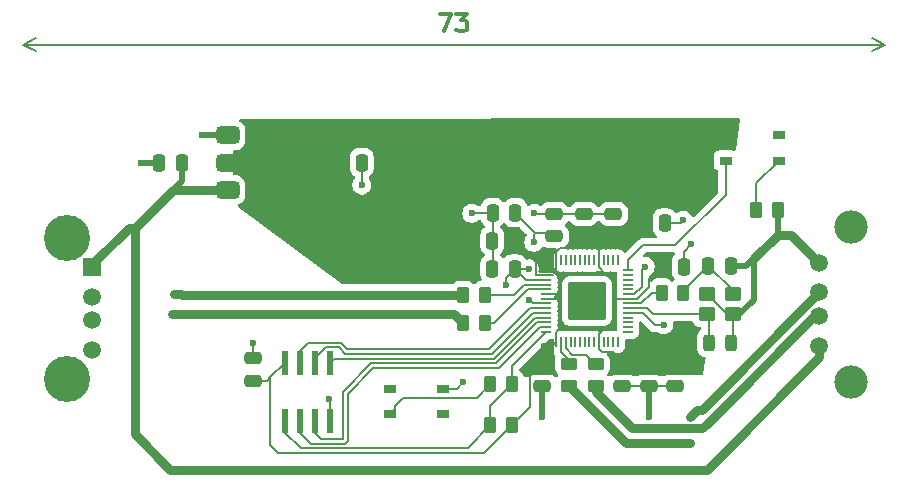
<source format=gbr>
%TF.GenerationSoftware,KiCad,Pcbnew,9.0.6*%
%TF.CreationDate,2026-01-01T05:05:04-06:00*%
%TF.ProjectId,2040Listener,32303430-4c69-4737-9465-6e65722e6b69,rev?*%
%TF.SameCoordinates,Original*%
%TF.FileFunction,Copper,L1,Top*%
%TF.FilePolarity,Positive*%
%FSLAX46Y46*%
G04 Gerber Fmt 4.6, Leading zero omitted, Abs format (unit mm)*
G04 Created by KiCad (PCBNEW 9.0.6) date 2026-01-01 05:05:04*
%MOMM*%
%LPD*%
G01*
G04 APERTURE LIST*
G04 Aperture macros list*
%AMRoundRect*
0 Rectangle with rounded corners*
0 $1 Rounding radius*
0 $2 $3 $4 $5 $6 $7 $8 $9 X,Y pos of 4 corners*
0 Add a 4 corners polygon primitive as box body*
4,1,4,$2,$3,$4,$5,$6,$7,$8,$9,$2,$3,0*
0 Add four circle primitives for the rounded corners*
1,1,$1+$1,$2,$3*
1,1,$1+$1,$4,$5*
1,1,$1+$1,$6,$7*
1,1,$1+$1,$8,$9*
0 Add four rect primitives between the rounded corners*
20,1,$1+$1,$2,$3,$4,$5,0*
20,1,$1+$1,$4,$5,$6,$7,0*
20,1,$1+$1,$6,$7,$8,$9,0*
20,1,$1+$1,$8,$9,$2,$3,0*%
G04 Aperture macros list end*
%ADD10C,0.300000*%
%TA.AperFunction,NonConductor*%
%ADD11C,0.300000*%
%TD*%
%TA.AperFunction,NonConductor*%
%ADD12C,0.200000*%
%TD*%
%TA.AperFunction,SMDPad,CuDef*%
%ADD13RoundRect,0.250000X-0.250000X-0.475000X0.250000X-0.475000X0.250000X0.475000X-0.250000X0.475000X0*%
%TD*%
%TA.AperFunction,ComponentPad*%
%ADD14C,2.819400*%
%TD*%
%TA.AperFunction,ComponentPad*%
%ADD15C,1.498600*%
%TD*%
%TA.AperFunction,SMDPad,CuDef*%
%ADD16RoundRect,0.050000X0.387500X-0.050000X0.387500X0.050000X-0.387500X0.050000X-0.387500X-0.050000X0*%
%TD*%
%TA.AperFunction,SMDPad,CuDef*%
%ADD17RoundRect,0.050000X0.050000X-0.387500X0.050000X0.387500X-0.050000X0.387500X-0.050000X-0.387500X0*%
%TD*%
%TA.AperFunction,ComponentPad*%
%ADD18C,0.600000*%
%TD*%
%TA.AperFunction,SMDPad,CuDef*%
%ADD19RoundRect,0.144000X1.456000X-1.456000X1.456000X1.456000X-1.456000X1.456000X-1.456000X-1.456000X0*%
%TD*%
%TA.AperFunction,SMDPad,CuDef*%
%ADD20RoundRect,0.250000X0.450000X-0.262500X0.450000X0.262500X-0.450000X0.262500X-0.450000X-0.262500X0*%
%TD*%
%TA.AperFunction,SMDPad,CuDef*%
%ADD21R,0.990600X0.711200*%
%TD*%
%TA.AperFunction,SMDPad,CuDef*%
%ADD22RoundRect,0.250000X-0.262500X-0.450000X0.262500X-0.450000X0.262500X0.450000X-0.262500X0.450000X0*%
%TD*%
%TA.AperFunction,SMDPad,CuDef*%
%ADD23RoundRect,0.250000X0.475000X-0.250000X0.475000X0.250000X-0.475000X0.250000X-0.475000X-0.250000X0*%
%TD*%
%TA.AperFunction,SMDPad,CuDef*%
%ADD24RoundRect,0.250000X0.250000X0.475000X-0.250000X0.475000X-0.250000X-0.475000X0.250000X-0.475000X0*%
%TD*%
%TA.AperFunction,SMDPad,CuDef*%
%ADD25RoundRect,0.071250X0.213750X-0.913750X0.213750X0.913750X-0.213750X0.913750X-0.213750X-0.913750X0*%
%TD*%
%TA.AperFunction,SMDPad,CuDef*%
%ADD26RoundRect,0.250000X-0.450000X-0.350000X0.450000X-0.350000X0.450000X0.350000X-0.450000X0.350000X0*%
%TD*%
%TA.AperFunction,SMDPad,CuDef*%
%ADD27RoundRect,0.375000X-0.625000X-0.375000X0.625000X-0.375000X0.625000X0.375000X-0.625000X0.375000X0*%
%TD*%
%TA.AperFunction,SMDPad,CuDef*%
%ADD28RoundRect,0.500000X-0.500000X-1.400000X0.500000X-1.400000X0.500000X1.400000X-0.500000X1.400000X0*%
%TD*%
%TA.AperFunction,SMDPad,CuDef*%
%ADD29RoundRect,0.250000X0.262500X0.450000X-0.262500X0.450000X-0.262500X-0.450000X0.262500X-0.450000X0*%
%TD*%
%TA.AperFunction,SMDPad,CuDef*%
%ADD30RoundRect,0.243750X-0.243750X-0.456250X0.243750X-0.456250X0.243750X0.456250X-0.243750X0.456250X0*%
%TD*%
%TA.AperFunction,SMDPad,CuDef*%
%ADD31RoundRect,0.250000X-0.475000X0.250000X-0.475000X-0.250000X0.475000X-0.250000X0.475000X0.250000X0*%
%TD*%
%TA.AperFunction,ComponentPad*%
%ADD32R,1.500000X1.500000*%
%TD*%
%TA.AperFunction,ComponentPad*%
%ADD33C,1.500000*%
%TD*%
%TA.AperFunction,ComponentPad*%
%ADD34C,3.900000*%
%TD*%
%TA.AperFunction,ViaPad*%
%ADD35C,0.600000*%
%TD*%
%TA.AperFunction,Conductor*%
%ADD36C,0.800000*%
%TD*%
%TA.AperFunction,Conductor*%
%ADD37C,0.500000*%
%TD*%
%TA.AperFunction,Conductor*%
%ADD38C,0.200000*%
%TD*%
G04 APERTURE END LIST*
D10*
D11*
X133785714Y-42378328D02*
X134785714Y-42378328D01*
X134785714Y-42378328D02*
X134142857Y-43878328D01*
X135214285Y-42378328D02*
X136142857Y-42378328D01*
X136142857Y-42378328D02*
X135642857Y-42949757D01*
X135642857Y-42949757D02*
X135857142Y-42949757D01*
X135857142Y-42949757D02*
X136000000Y-43021185D01*
X136000000Y-43021185D02*
X136071428Y-43092614D01*
X136071428Y-43092614D02*
X136142857Y-43235471D01*
X136142857Y-43235471D02*
X136142857Y-43592614D01*
X136142857Y-43592614D02*
X136071428Y-43735471D01*
X136071428Y-43735471D02*
X136000000Y-43806900D01*
X136000000Y-43806900D02*
X135857142Y-43878328D01*
X135857142Y-43878328D02*
X135428571Y-43878328D01*
X135428571Y-43878328D02*
X135285714Y-43806900D01*
X135285714Y-43806900D02*
X135214285Y-43735471D01*
D12*
X98500000Y-45000000D02*
X98500000Y-45000000D01*
X171500000Y-45000000D02*
X171500000Y-45000000D01*
X98500000Y-45000000D02*
X171500000Y-45000000D01*
X98500000Y-45000000D02*
X99626504Y-44413579D01*
X98500000Y-45000000D02*
X99626504Y-45586421D01*
X171500000Y-45000000D02*
X170373496Y-45586421D01*
X171500000Y-45000000D02*
X170373496Y-44413579D01*
D13*
%TO.P,C14,1*%
%TO.N,Net-(C14-Pad1)*%
X156550000Y-63750000D03*
%TO.P,C14,2*%
%TO.N,GND*%
X158450000Y-63750000D03*
%TD*%
D14*
%TO.P,J1,6*%
%TO.N,N/C*%
X168639700Y-60422500D03*
%TO.P,J1,5*%
X168639700Y-73562500D03*
D15*
%TO.P,J1,4,GND*%
%TO.N,GND*%
X165929700Y-63492501D03*
%TO.P,J1,3,D+*%
%TO.N,/GPIO0*%
X165929700Y-65992499D03*
%TO.P,J1,2,D-*%
%TO.N,/GPIO1*%
X165929700Y-67992500D03*
%TO.P,J1,1,5V*%
%TO.N,VBUS*%
X165929700Y-70492500D03*
%TD*%
D16*
%TO.P,U1,56,QSPI_SS*%
%TO.N,/QSPI_SS*%
X142837500Y-69325000D03*
%TO.P,U1,55,QSPI_SD1*%
%TO.N,/QSPI_SD1*%
X142837500Y-68925000D03*
%TO.P,U1,54,QSPI_SD2*%
%TO.N,/QSPI_SD2*%
X142837500Y-68525000D03*
%TO.P,U1,53,QSPI_SD0*%
%TO.N,/QSPI_SD0*%
X142837500Y-68125000D03*
%TO.P,U1,52,QSPI_SCLK*%
%TO.N,/QSPI_SCLK*%
X142837500Y-67725000D03*
%TO.P,U1,51,QSPI_SD3*%
%TO.N,/QSPI_SD3*%
X142837500Y-67325000D03*
%TO.P,U1,50,DVDD*%
%TO.N,+1V1*%
X142837500Y-66925000D03*
%TO.P,U1,49,IOVDD*%
%TO.N,+3V3*%
X142837500Y-66525000D03*
%TO.P,U1,48,USB_VDD*%
X142837500Y-66125000D03*
%TO.P,U1,47,USB_DP*%
%TO.N,Net-(U1-USB_DP)*%
X142837500Y-65725000D03*
%TO.P,U1,46,USB_DM*%
%TO.N,Net-(U1-USB_DM)*%
X142837500Y-65325000D03*
%TO.P,U1,45,VREG_VOUT*%
%TO.N,+1V1*%
X142837500Y-64925000D03*
%TO.P,U1,44,VREG_IN*%
%TO.N,+3V3*%
X142837500Y-64525000D03*
%TO.P,U1,43,ADC_AVDD*%
X142837500Y-64125000D03*
D17*
%TO.P,U1,42,IOVDD*%
X143675000Y-63287500D03*
%TO.P,U1,41,GPIO29_ADC3*%
%TO.N,unconnected-(U1-GPIO29_ADC3-Pad41)*%
X144075000Y-63287500D03*
%TO.P,U1,40,GPIO28_ADC2*%
%TO.N,unconnected-(U1-GPIO28_ADC2-Pad40)*%
X144475000Y-63287500D03*
%TO.P,U1,39,GPIO27_ADC1*%
%TO.N,unconnected-(U1-GPIO27_ADC1-Pad39)*%
X144875000Y-63287500D03*
%TO.P,U1,38,GPIO26_ADC0*%
%TO.N,unconnected-(U1-GPIO26_ADC0-Pad38)*%
X145275000Y-63287500D03*
%TO.P,U1,37,GPIO25*%
%TO.N,unconnected-(U1-GPIO25-Pad37)*%
X145675000Y-63287500D03*
%TO.P,U1,36,GPIO24*%
%TO.N,unconnected-(U1-GPIO24-Pad36)*%
X146075000Y-63287500D03*
%TO.P,U1,35,GPIO23*%
%TO.N,unconnected-(U1-GPIO23-Pad35)*%
X146475000Y-63287500D03*
%TO.P,U1,34,GPIO22*%
%TO.N,unconnected-(U1-GPIO22-Pad34)*%
X146875000Y-63287500D03*
%TO.P,U1,33,IOVDD*%
%TO.N,+3V3*%
X147275000Y-63287500D03*
%TO.P,U1,32,GPIO21*%
%TO.N,unconnected-(U1-GPIO21-Pad32)*%
X147675000Y-63287500D03*
%TO.P,U1,31,GPIO20*%
%TO.N,unconnected-(U1-GPIO20-Pad31)*%
X148075000Y-63287500D03*
%TO.P,U1,30,GPIO19*%
%TO.N,unconnected-(U1-GPIO19-Pad30)*%
X148475000Y-63287500D03*
%TO.P,U1,29,GPIO18*%
%TO.N,unconnected-(U1-GPIO18-Pad29)*%
X148875000Y-63287500D03*
D16*
%TO.P,U1,28,GPIO17*%
%TO.N,/GPIO17*%
X149712500Y-64125000D03*
%TO.P,U1,27,GPIO16*%
%TO.N,unconnected-(U1-GPIO16-Pad27)*%
X149712500Y-64525000D03*
%TO.P,U1,26,RUN*%
%TO.N,/RUN*%
X149712500Y-64925000D03*
%TO.P,U1,25,SWD*%
%TO.N,/SWD*%
X149712500Y-65325000D03*
%TO.P,U1,24,SWCLK*%
%TO.N,/SWCLK*%
X149712500Y-65725000D03*
%TO.P,U1,23,DVDD*%
%TO.N,+1V1*%
X149712500Y-66125000D03*
%TO.P,U1,22,IOVDD*%
%TO.N,+3V3*%
X149712500Y-66525000D03*
%TO.P,U1,21,XOUT*%
%TO.N,/XOUT*%
X149712500Y-66925000D03*
%TO.P,U1,20,XIN*%
%TO.N,/XIN*%
X149712500Y-67325000D03*
%TO.P,U1,19,TESTEN*%
%TO.N,GND*%
X149712500Y-67725000D03*
%TO.P,U1,18,GPIO15*%
%TO.N,unconnected-(U1-GPIO15-Pad18)*%
X149712500Y-68125000D03*
%TO.P,U1,17,GPIO14*%
%TO.N,unconnected-(U1-GPIO14-Pad17)*%
X149712500Y-68525000D03*
%TO.P,U1,16,GPIO13*%
%TO.N,unconnected-(U1-GPIO13-Pad16)*%
X149712500Y-68925000D03*
%TO.P,U1,15,GPIO12*%
%TO.N,unconnected-(U1-GPIO12-Pad15)*%
X149712500Y-69325000D03*
D17*
%TO.P,U1,14,GPIO11*%
%TO.N,unconnected-(U1-GPIO11-Pad14)*%
X148875000Y-70162500D03*
%TO.P,U1,13,GPIO10*%
%TO.N,unconnected-(U1-GPIO10-Pad13)*%
X148475000Y-70162500D03*
%TO.P,U1,12,GPIO9*%
%TO.N,unconnected-(U1-GPIO9-Pad12)*%
X148075000Y-70162500D03*
%TO.P,U1,11,GPIO8*%
%TO.N,unconnected-(U1-GPIO8-Pad11)*%
X147675000Y-70162500D03*
%TO.P,U1,10,IOVDD*%
%TO.N,+3V3*%
X147275000Y-70162500D03*
%TO.P,U1,9,GPIO7*%
%TO.N,unconnected-(U1-GPIO7-Pad9)*%
X146875000Y-70162500D03*
%TO.P,U1,8,GPIO6*%
%TO.N,unconnected-(U1-GPIO6-Pad8)*%
X146475000Y-70162500D03*
%TO.P,U1,7,GPIO5*%
%TO.N,unconnected-(U1-GPIO5-Pad7)*%
X146075000Y-70162500D03*
%TO.P,U1,6,GPIO4*%
%TO.N,unconnected-(U1-GPIO4-Pad6)*%
X145675000Y-70162500D03*
%TO.P,U1,5,GPIO3*%
%TO.N,unconnected-(U1-GPIO3-Pad5)*%
X145275000Y-70162500D03*
%TO.P,U1,4,GPIO2*%
%TO.N,unconnected-(U1-GPIO2-Pad4)*%
X144875000Y-70162500D03*
%TO.P,U1,3,GPIO1*%
%TO.N,Net-(U1-GPIO1)*%
X144475000Y-70162500D03*
%TO.P,U1,2,GPIO0*%
%TO.N,Net-(U1-GPIO0)*%
X144075000Y-70162500D03*
%TO.P,U1,1,IOVDD*%
%TO.N,+3V3*%
X143675000Y-70162500D03*
D18*
%TO.P,U1,57,GND*%
%TO.N,GND*%
X147550000Y-65450000D03*
X147550000Y-66725000D03*
X147550000Y-68000000D03*
X146275000Y-65450000D03*
X146275000Y-66725000D03*
X146275000Y-68000000D03*
X145000000Y-65450000D03*
X145000000Y-66725000D03*
X145000000Y-68000000D03*
D19*
X146275000Y-66725000D03*
%TD*%
D20*
%TO.P,R8,1*%
%TO.N,/GPIO1*%
X147000000Y-73912500D03*
%TO.P,R8,2*%
%TO.N,Net-(U1-GPIO1)*%
X147000000Y-72087500D03*
%TD*%
%TO.P,R7,1*%
%TO.N,/GPIO0*%
X144750000Y-73912500D03*
%TO.P,R7,2*%
%TO.N,Net-(U1-GPIO0)*%
X144750000Y-72087500D03*
%TD*%
D21*
%TO.P,SW2,1,1*%
%TO.N,Net-(R6-Pad1)*%
X162500001Y-54824999D03*
%TO.P,SW2,2,2*%
%TO.N,/GPIO17*%
X157999999Y-54824999D03*
%TO.P,SW2,3,3*%
%TO.N,unconnected-(SW2-Pad3)*%
X162500001Y-52675001D03*
%TO.P,SW2,4,4*%
%TO.N,+3V3*%
X157999999Y-52675001D03*
%TD*%
D22*
%TO.P,R6,1*%
%TO.N,Net-(R6-Pad1)*%
X160587500Y-59000000D03*
%TO.P,R6,2*%
%TO.N,GND*%
X162412500Y-59000000D03*
%TD*%
D23*
%TO.P,C2,2*%
%TO.N,GND*%
X143500000Y-59350000D03*
%TO.P,C2,1*%
%TO.N,+1V1*%
X143500000Y-61250000D03*
%TD*%
D24*
%TO.P,C5,1*%
%TO.N,+3V3*%
X140150000Y-61600000D03*
%TO.P,C5,2*%
%TO.N,GND*%
X138250000Y-61600000D03*
%TD*%
D25*
%TO.P,U4,1,/CS*%
%TO.N,/QSPI_SS*%
X120695000Y-76875000D03*
%TO.P,U4,2,IO1*%
%TO.N,/QSPI_SD1*%
X121965000Y-76875000D03*
%TO.P,U4,3,IO2*%
%TO.N,/QSPI_SD2*%
X123235000Y-76875000D03*
%TO.P,U4,4,VSS*%
%TO.N,GND*%
X124505000Y-76875000D03*
%TO.P,U4,5,SI*%
%TO.N,/QSPI_SD0*%
X124505000Y-71925000D03*
%TO.P,U4,6,SCL*%
%TO.N,/QSPI_SCLK*%
X123235000Y-71925000D03*
%TO.P,U4,7,IO3*%
%TO.N,/QSPI_SD3*%
X121965000Y-71925000D03*
%TO.P,U4,8,VCC*%
%TO.N,+3V3*%
X120695000Y-71925000D03*
%TD*%
D21*
%TO.P,SW1,1,1*%
%TO.N,unconnected-(SW1-Pad1)*%
X134050001Y-76274999D03*
%TO.P,SW1,2,2*%
%TO.N,Net-(R3-Pad2)*%
X129549999Y-76274999D03*
%TO.P,SW1,3,3*%
%TO.N,GND*%
X134050001Y-74125001D03*
%TO.P,SW1,4,4*%
%TO.N,unconnected-(SW1-Pad4)*%
X129549999Y-74125001D03*
%TD*%
D26*
%TO.P,Y1,1,1*%
%TO.N,/XIN*%
X156400000Y-67850000D03*
%TO.P,Y1,2,2*%
%TO.N,GND*%
X158600000Y-67850000D03*
%TO.P,Y1,3,3*%
%TO.N,Net-(C14-Pad1)*%
X158600000Y-66150000D03*
%TO.P,Y1,4,4*%
%TO.N,GND*%
X156400000Y-66150000D03*
%TD*%
D27*
%TO.P,U2,3,VI*%
%TO.N,VBUS*%
X115850000Y-57300000D03*
D28*
%TO.P,U2,2,VO*%
%TO.N,+3V3*%
X122150000Y-55000000D03*
D27*
X115850000Y-55000000D03*
%TO.P,U2,1,GND*%
%TO.N,GND*%
X115850000Y-52700000D03*
%TD*%
D22*
%TO.P,R5,1*%
%TO.N,/XOUT*%
X152587500Y-66000000D03*
%TO.P,R5,2*%
%TO.N,Net-(C14-Pad1)*%
X154412500Y-66000000D03*
%TD*%
D29*
%TO.P,R4,1*%
%TO.N,+3V3*%
X139912500Y-77250000D03*
%TO.P,R4,2*%
%TO.N,/QSPI_SS*%
X138087500Y-77250000D03*
%TD*%
%TO.P,R3,1*%
%TO.N,/QSPI_SS*%
X139912500Y-73750000D03*
%TO.P,R3,2*%
%TO.N,Net-(R3-Pad2)*%
X138087500Y-73750000D03*
%TD*%
D22*
%TO.P,R2,1*%
%TO.N,/USB_D-*%
X135787500Y-66200000D03*
%TO.P,R2,2*%
%TO.N,Net-(U1-USB_DM)*%
X137612500Y-66200000D03*
%TD*%
%TO.P,R1,1*%
%TO.N,/USB_D+*%
X135787500Y-68600000D03*
%TO.P,R1,2*%
%TO.N,Net-(U1-USB_DP)*%
X137612500Y-68600000D03*
%TD*%
D23*
%TO.P,C17,1*%
%TO.N,+3V3*%
X118000000Y-73450000D03*
%TO.P,C17,2*%
%TO.N,GND*%
X118000000Y-71550000D03*
%TD*%
D13*
%TO.P,C16,1*%
%TO.N,+3V3*%
X125300000Y-55000000D03*
%TO.P,C16,2*%
%TO.N,GND*%
X127200000Y-55000000D03*
%TD*%
D24*
%TO.P,C15,1*%
%TO.N,VBUS*%
X111950000Y-55000000D03*
%TO.P,C15,2*%
%TO.N,GND*%
X110050000Y-55000000D03*
%TD*%
D30*
%TO.P,C13,1*%
%TO.N,/XIN*%
X156562500Y-70250000D03*
%TO.P,C13,2*%
%TO.N,GND*%
X158437500Y-70250000D03*
%TD*%
D23*
%TO.P,C12,1*%
%TO.N,+3V3*%
X148500000Y-61250000D03*
%TO.P,C12,2*%
%TO.N,GND*%
X148500000Y-59350000D03*
%TD*%
%TO.P,C11,1*%
%TO.N,+3V3*%
X146000000Y-61250000D03*
%TO.P,C11,2*%
%TO.N,GND*%
X146000000Y-59350000D03*
%TD*%
D31*
%TO.P,C10,1*%
%TO.N,+3V3*%
X153750000Y-72050000D03*
%TO.P,C10,2*%
%TO.N,GND*%
X153750000Y-73950000D03*
%TD*%
D13*
%TO.P,C9,1*%
%TO.N,+3V3*%
X150950000Y-60100000D03*
%TO.P,C9,2*%
%TO.N,GND*%
X152850000Y-60100000D03*
%TD*%
D31*
%TO.P,C8,1*%
%TO.N,+3V3*%
X151500000Y-72050000D03*
%TO.P,C8,2*%
%TO.N,GND*%
X151500000Y-73950000D03*
%TD*%
%TO.P,C7,1*%
%TO.N,+3V3*%
X149250000Y-72050000D03*
%TO.P,C7,2*%
%TO.N,GND*%
X149250000Y-73950000D03*
%TD*%
%TO.P,C6,1*%
%TO.N,+3V3*%
X142500000Y-72050000D03*
%TO.P,C6,2*%
%TO.N,GND*%
X142500000Y-73950000D03*
%TD*%
D13*
%TO.P,C4,1*%
%TO.N,+3V3*%
X152550000Y-63800000D03*
%TO.P,C4,2*%
%TO.N,GND*%
X154450000Y-63800000D03*
%TD*%
D24*
%TO.P,C3,1*%
%TO.N,+1V1*%
X140150000Y-64000000D03*
%TO.P,C3,2*%
%TO.N,GND*%
X138250000Y-64000000D03*
%TD*%
%TO.P,C1,1*%
%TO.N,+1V1*%
X140200000Y-59250000D03*
%TO.P,C1,2*%
%TO.N,GND*%
X138300000Y-59250000D03*
%TD*%
D32*
%TO.P,J2,1,5V*%
%TO.N,VBUS*%
X104375000Y-63850000D03*
D33*
%TO.P,J2,2,D-*%
%TO.N,/USB_D-*%
X104375000Y-66350000D03*
%TO.P,J2,3,D+*%
%TO.N,/USB_D+*%
X104375000Y-68350000D03*
%TO.P,J2,4,GND*%
%TO.N,GND*%
X104375000Y-70850000D03*
D34*
%TO.P,J2,5*%
%TO.N,N/C*%
X102275000Y-61350000D03*
%TO.P,J2,6*%
X102275000Y-73350000D03*
%TD*%
D35*
%TO.N,+1V1*%
X151200000Y-63800000D03*
X141400000Y-66600000D03*
X139400000Y-65400000D03*
%TO.N,GND*%
X136500000Y-59300000D03*
X141800000Y-59300000D03*
X127200000Y-56900000D03*
X154400000Y-59900000D03*
X155100000Y-61900000D03*
X118000000Y-70250000D03*
%TO.N,+1V1*%
X141750000Y-61750000D03*
X141375000Y-64000000D03*
%TO.N,/GPIO0*%
X155000000Y-76500000D03*
X155000000Y-78750000D03*
%TO.N,GND*%
X135800000Y-73600000D03*
X124400000Y-75000000D03*
X151500000Y-76525000D03*
%TO.N,+3V3*%
X151500000Y-70000000D03*
%TO.N,GND*%
X152750000Y-68750000D03*
X142500000Y-76500000D03*
%TO.N,/USB_D+*%
X111100000Y-67800000D03*
%TO.N,/USB_D-*%
X111300000Y-66100000D03*
%TO.N,GND*%
X113700000Y-52700000D03*
X108500000Y-55000000D03*
%TD*%
D36*
%TO.N,VBUS*%
X104375000Y-63600000D02*
X104375000Y-63850000D01*
X107475000Y-60500000D02*
X104375000Y-63600000D01*
X108000000Y-60500000D02*
X107475000Y-60500000D01*
X108000000Y-60500000D02*
X111200000Y-57300000D01*
X111000000Y-81000000D02*
X108000000Y-78000000D01*
X156400000Y-81000000D02*
X111000000Y-81000000D01*
X108000000Y-78000000D02*
X108000000Y-60500000D01*
X165929700Y-71470300D02*
X156400000Y-81000000D01*
X165929700Y-70492500D02*
X165929700Y-71470300D01*
%TO.N,/USB_D+*%
X134987500Y-67800000D02*
X111100000Y-67800000D01*
X135787500Y-68600000D02*
X134987500Y-67800000D01*
%TO.N,/USB_D-*%
X112000000Y-66200000D02*
X135787500Y-66200000D01*
X111900000Y-66100000D02*
X112000000Y-66200000D01*
X111300000Y-66100000D02*
X111900000Y-66100000D01*
D37*
%TO.N,VBUS*%
X111950000Y-56550000D02*
X111950000Y-55000000D01*
X111200000Y-57300000D02*
X111950000Y-56550000D01*
D36*
X111200000Y-57300000D02*
X115850000Y-57300000D01*
D38*
%TO.N,GND*%
X149250000Y-73950000D02*
X153750000Y-73950000D01*
%TO.N,+3V3*%
X143875000Y-66125000D02*
X143900000Y-66100000D01*
X142837500Y-66125000D02*
X143875000Y-66125000D01*
X142837500Y-66525000D02*
X143975000Y-66525000D01*
X143675000Y-64175000D02*
X143900000Y-64400000D01*
X143675000Y-63287500D02*
X143675000Y-64175000D01*
X147275000Y-63875000D02*
X147800000Y-64400000D01*
X147275000Y-63287500D02*
X147275000Y-63875000D01*
X148625000Y-66525000D02*
X148600000Y-66500000D01*
X149712500Y-66525000D02*
X148625000Y-66525000D01*
X147275000Y-69525000D02*
X147700000Y-69100000D01*
X147275000Y-70162500D02*
X147275000Y-69525000D01*
X143675000Y-69325000D02*
X144200000Y-68800000D01*
X143675000Y-70162500D02*
X143675000Y-69325000D01*
%TO.N,+1V1*%
X150900000Y-65500000D02*
X150900000Y-64100000D01*
X150900000Y-64100000D02*
X151200000Y-63800000D01*
X150275000Y-66125000D02*
X150900000Y-65500000D01*
X149712500Y-66125000D02*
X150275000Y-66125000D01*
X139400000Y-64750000D02*
X140150000Y-64000000D01*
X139400000Y-65400000D02*
X139400000Y-64750000D01*
X141725000Y-66925000D02*
X141400000Y-66600000D01*
X142837500Y-66925000D02*
X141725000Y-66925000D01*
%TO.N,GND*%
X147275000Y-67725000D02*
X146275000Y-66725000D01*
%TO.N,+1V1*%
X140150000Y-64000000D02*
X141375000Y-64000000D01*
%TO.N,GND*%
X136550000Y-59250000D02*
X136500000Y-59300000D01*
X138300000Y-59250000D02*
X136550000Y-59250000D01*
X138300000Y-63950000D02*
X138250000Y-64000000D01*
X138300000Y-59250000D02*
X138300000Y-63950000D01*
X141850000Y-59350000D02*
X141800000Y-59300000D01*
X143500000Y-59350000D02*
X141850000Y-59350000D01*
X143500000Y-59350000D02*
X146000000Y-59350000D01*
X148500000Y-59350000D02*
X146000000Y-59350000D01*
X127200000Y-55000000D02*
X127200000Y-56900000D01*
D37*
X159150000Y-67850000D02*
X158600000Y-67850000D01*
X160400000Y-66600000D02*
X159150000Y-67850000D01*
X160400000Y-63100000D02*
X160400000Y-66600000D01*
X159750000Y-63750000D02*
X160400000Y-63100000D01*
X158450000Y-63750000D02*
X159750000Y-63750000D01*
D36*
X160400000Y-63100000D02*
X162412500Y-61087500D01*
D38*
X154200000Y-60100000D02*
X154400000Y-59900000D01*
X152850000Y-60100000D02*
X154200000Y-60100000D01*
%TO.N,+3V3*%
X145000000Y-62250000D02*
X146000000Y-61250000D01*
X143675000Y-62575000D02*
X144000000Y-62250000D01*
X143675000Y-63287500D02*
X143675000Y-62575000D01*
X144000000Y-62250000D02*
X145000000Y-62250000D01*
%TO.N,GND*%
X154450000Y-62550000D02*
X155100000Y-61900000D01*
X154450000Y-63800000D02*
X154450000Y-62550000D01*
%TO.N,+3V3*%
X151500000Y-64850000D02*
X152550000Y-63800000D01*
X150475000Y-66525000D02*
X151500000Y-65500000D01*
X151500000Y-65500000D02*
X151500000Y-64850000D01*
X149712500Y-66525000D02*
X150475000Y-66525000D01*
D36*
%TO.N,/GPIO1*%
X147000000Y-74406250D02*
X147000000Y-73912500D01*
X150093750Y-77500000D02*
X147000000Y-74406250D01*
X156000000Y-77500000D02*
X150093750Y-77500000D01*
X157001000Y-76514628D02*
X156414628Y-77101000D01*
X157001000Y-76499000D02*
X157001000Y-76514628D01*
X156399000Y-77101000D02*
X156000000Y-77500000D01*
X165507500Y-67992500D02*
X157001000Y-76499000D01*
X165929700Y-67992500D02*
X165507500Y-67992500D01*
X156414628Y-77101000D02*
X156399000Y-77101000D01*
%TO.N,/GPIO0*%
X155577801Y-75922199D02*
X155000000Y-76500000D01*
X156000000Y-75922199D02*
X155577801Y-75922199D01*
X156000000Y-75922199D02*
X165929700Y-65992499D01*
D38*
%TO.N,GND*%
X118000000Y-71550000D02*
X118000000Y-70250000D01*
%TO.N,+3V3*%
X119435000Y-73185000D02*
X120695000Y-71925000D01*
X119435000Y-73185000D02*
X119170000Y-73450000D01*
X119170000Y-73450000D02*
X118000000Y-73450000D01*
%TO.N,+1V1*%
X141750000Y-61100000D02*
X141900000Y-60950000D01*
X141750000Y-61750000D02*
X141750000Y-61100000D01*
X141900000Y-60950000D02*
X143500000Y-60950000D01*
X140200000Y-59250000D02*
X141900000Y-60950000D01*
%TO.N,Net-(R6-Pad1)*%
X160587500Y-59000000D02*
X160587500Y-56737500D01*
X160587500Y-56737500D02*
X162500001Y-54824999D01*
D37*
%TO.N,GND*%
X162412500Y-61087500D02*
X162412500Y-59000000D01*
D38*
X158100000Y-67850000D02*
X158600000Y-67850000D01*
X156400000Y-66150000D02*
X158100000Y-67850000D01*
%TO.N,Net-(C14-Pad1)*%
X158600000Y-65800000D02*
X158600000Y-66150000D01*
X156550000Y-63750000D02*
X158600000Y-65800000D01*
X154412500Y-65887500D02*
X156550000Y-63750000D01*
X154412500Y-66000000D02*
X154412500Y-65887500D01*
%TO.N,Net-(U1-USB_DP)*%
X138400000Y-68600000D02*
X137612500Y-68600000D01*
X141275000Y-65725000D02*
X138400000Y-68600000D01*
%TO.N,Net-(U1-USB_DM)*%
X140050000Y-66200000D02*
X140925000Y-65325000D01*
X137612500Y-66200000D02*
X140050000Y-66200000D01*
%TO.N,+3V3*%
X141975000Y-64525000D02*
X141975000Y-63425000D01*
X141975000Y-64525000D02*
X141917100Y-64525000D01*
X141975000Y-63425000D02*
X140150000Y-61600000D01*
%TO.N,+1V1*%
X141075000Y-64925000D02*
X140150000Y-64000000D01*
X142837500Y-64925000D02*
X141075000Y-64925000D01*
%TO.N,+3V3*%
X119400000Y-73220000D02*
X119435000Y-73185000D01*
X119400000Y-78900000D02*
X119400000Y-73220000D01*
X120101000Y-79601000D02*
X119400000Y-78900000D01*
X137561500Y-79601000D02*
X120101000Y-79601000D01*
X139912500Y-77250000D02*
X137561500Y-79601000D01*
D36*
%TO.N,GND*%
X163524699Y-61087500D02*
X165929700Y-63492501D01*
X162412500Y-61087500D02*
X163524699Y-61087500D01*
D38*
%TO.N,/QSPI_SD3*%
X141475000Y-67325000D02*
X142837500Y-67325000D01*
X125405100Y-70238000D02*
X125965100Y-70798000D01*
X122667000Y-70238000D02*
X125405100Y-70238000D01*
X125965100Y-70798000D02*
X138002000Y-70798000D01*
X121965000Y-70940000D02*
X122667000Y-70238000D01*
X138002000Y-70798000D02*
X141475000Y-67325000D01*
X121965000Y-71925000D02*
X121965000Y-70940000D01*
%TO.N,/QSPI_SCLK*%
X124135084Y-70639000D02*
X123235000Y-71539084D01*
X125799000Y-71199000D02*
X125239000Y-70639000D01*
X138201000Y-71199000D02*
X125799000Y-71199000D01*
X141675000Y-67725000D02*
X138201000Y-71199000D01*
X125239000Y-70639000D02*
X124135084Y-70639000D01*
X123235000Y-71539084D02*
X123235000Y-71925000D01*
X142837500Y-67725000D02*
X141675000Y-67725000D01*
%TO.N,/QSPI_SD0*%
X138400000Y-71600000D02*
X141875000Y-68125000D01*
X141875000Y-68125000D02*
X142837500Y-68125000D01*
X124830000Y-71600000D02*
X138400000Y-71600000D01*
X124505000Y-71925000D02*
X124830000Y-71600000D01*
%TO.N,/QSPI_SD2*%
X123235000Y-77860000D02*
X123235000Y-76875000D01*
X128000000Y-72000000D02*
X125600000Y-74400000D01*
X138600000Y-72000000D02*
X128000000Y-72000000D01*
X123775000Y-78400000D02*
X123235000Y-77860000D01*
X142075000Y-68525000D02*
X138600000Y-72000000D01*
X125600000Y-74400000D02*
X125600000Y-78400000D01*
X142837500Y-68525000D02*
X142075000Y-68525000D01*
X125600000Y-78400000D02*
X123775000Y-78400000D01*
%TO.N,/QSPI_SD1*%
X142275000Y-68925000D02*
X142837500Y-68925000D01*
X138800000Y-72400000D02*
X142275000Y-68925000D01*
X128201000Y-72400000D02*
X138800000Y-72400000D01*
X128200000Y-72401000D02*
X128201000Y-72400000D01*
X128166100Y-72401000D02*
X128200000Y-72401000D01*
X126001000Y-74566100D02*
X128166100Y-72401000D01*
X122905000Y-78800000D02*
X125800000Y-78800000D01*
X121965000Y-77860000D02*
X122905000Y-78800000D01*
X121965000Y-76875000D02*
X121965000Y-77860000D01*
X125800000Y-78800000D02*
X126001000Y-78599000D01*
X126001000Y-78599000D02*
X126001000Y-74566100D01*
%TO.N,/QSPI_SS*%
X139912500Y-72250000D02*
X139912500Y-73750000D01*
X142837500Y-69325000D02*
X139912500Y-72250000D01*
%TO.N,GND*%
X135274999Y-74125001D02*
X135800000Y-73600000D01*
X134050001Y-74125001D02*
X135274999Y-74125001D01*
%TO.N,Net-(R3-Pad2)*%
X129999999Y-75824999D02*
X129549999Y-76274999D01*
X129999999Y-75574999D02*
X129999999Y-75824999D01*
%TO.N,GND*%
X124505000Y-76875000D02*
X124505000Y-75105000D01*
X124505000Y-75105000D02*
X124400000Y-75000000D01*
%TO.N,/QSPI_SS*%
X136200000Y-79200000D02*
X136200000Y-79137500D01*
X122035000Y-79200000D02*
X136200000Y-79200000D01*
X120695000Y-77860000D02*
X122035000Y-79200000D01*
X120695000Y-76875000D02*
X120695000Y-77860000D01*
X136200000Y-79137500D02*
X138087500Y-77250000D01*
%TO.N,Net-(U1-USB_DP)*%
X141275000Y-65725000D02*
X142837500Y-65725000D01*
%TO.N,Net-(U1-USB_DM)*%
X142837500Y-65325000D02*
X140925000Y-65325000D01*
%TO.N,/QSPI_SS*%
X138087500Y-75575000D02*
X139912500Y-73750000D01*
X138087500Y-77250000D02*
X138087500Y-75575000D01*
%TO.N,+3V3*%
X141474000Y-73076000D02*
X142500000Y-72050000D01*
X141474000Y-75688500D02*
X141474000Y-73076000D01*
X139912500Y-77250000D02*
X141474000Y-75688500D01*
%TO.N,Net-(U1-GPIO1)*%
X146162500Y-71250000D02*
X147000000Y-72087500D01*
X145000000Y-71250000D02*
X146162500Y-71250000D01*
X144475000Y-70725000D02*
X145000000Y-71250000D01*
X144475000Y-70162500D02*
X144475000Y-70725000D01*
%TO.N,Net-(U1-GPIO0)*%
X144075000Y-71075000D02*
X144075000Y-70162500D01*
X144750000Y-71750000D02*
X144075000Y-71075000D01*
X144750000Y-72087500D02*
X144750000Y-71750000D01*
%TO.N,+3V3*%
X147275000Y-70775000D02*
X147275000Y-70162500D01*
X147500000Y-71000000D02*
X147275000Y-70775000D01*
X148500000Y-71000000D02*
X147500000Y-71000000D01*
X148750000Y-71250000D02*
X148500000Y-71000000D01*
X148750000Y-72050000D02*
X148750000Y-71250000D01*
X142972774Y-64125000D02*
X142837500Y-64125000D01*
X143372774Y-64525000D02*
X142837500Y-64525000D01*
X142837500Y-66525000D02*
X143275000Y-66525000D01*
D37*
%TO.N,GND*%
X151500000Y-76525000D02*
X151500000Y-73975000D01*
D38*
%TO.N,+3V3*%
X151500000Y-70000000D02*
X151500000Y-72050000D01*
%TO.N,/GPIO17*%
X157999999Y-57750001D02*
X157999999Y-54824999D01*
X153750000Y-62000000D02*
X157999999Y-57750001D01*
X149712500Y-63287500D02*
X151000000Y-62000000D01*
X151000000Y-62000000D02*
X153750000Y-62000000D01*
X149712500Y-64125000D02*
X149712500Y-63287500D01*
%TO.N,/XOUT*%
X150825000Y-66925000D02*
X151750000Y-66000000D01*
X149712500Y-66925000D02*
X150825000Y-66925000D01*
X151750000Y-66000000D02*
X152587500Y-66000000D01*
%TO.N,+3V3*%
X142837500Y-64125000D02*
X142837500Y-64087500D01*
X142837500Y-64525000D02*
X141975000Y-64525000D01*
%TO.N,GND*%
X152000000Y-68750000D02*
X152750000Y-68750000D01*
X150975000Y-67725000D02*
X152000000Y-68750000D01*
X149712500Y-67725000D02*
X150975000Y-67725000D01*
%TO.N,/XIN*%
X151325000Y-67325000D02*
X151850000Y-67850000D01*
X151850000Y-67850000D02*
X156400000Y-67850000D01*
X149712500Y-67325000D02*
X151325000Y-67325000D01*
%TO.N,+3V3*%
X147275000Y-62175000D02*
X148500000Y-60950000D01*
X147275000Y-63287500D02*
X147275000Y-62175000D01*
%TO.N,Net-(R3-Pad2)*%
X130656599Y-74918399D02*
X129999999Y-75574999D01*
X136919101Y-74918399D02*
X130656599Y-74918399D01*
X138087500Y-73750000D02*
X136919101Y-74918399D01*
%TO.N,GND*%
X158600000Y-67850000D02*
X158600000Y-67736160D01*
%TO.N,/XIN*%
X156562500Y-70250000D02*
X156562500Y-68012500D01*
X156562500Y-68012500D02*
X156400000Y-67850000D01*
%TO.N,GND*%
X158600000Y-70087500D02*
X158437500Y-70250000D01*
X158600000Y-67850000D02*
X158600000Y-70087500D01*
%TO.N,+3V3*%
X143500000Y-70337500D02*
X143675000Y-70162500D01*
X142500000Y-70337500D02*
X143500000Y-70337500D01*
D37*
%TO.N,GND*%
X142500000Y-76500000D02*
X142500000Y-73950000D01*
D38*
%TO.N,+3V3*%
X142500000Y-72050000D02*
X142500000Y-70337500D01*
D37*
%TO.N,GND*%
X110050000Y-55000000D02*
X108500000Y-55000000D01*
X115850000Y-52700000D02*
X113700000Y-52700000D01*
D36*
%TO.N,/GPIO0*%
X149587500Y-78750000D02*
X144750000Y-73912500D01*
X155000000Y-78750000D02*
X149587500Y-78750000D01*
%TD*%
%TA.AperFunction,Conductor*%
%TO.N,+3V3*%
G36*
X143404624Y-69928932D02*
G01*
X143456348Y-69975904D01*
X143474500Y-70040496D01*
X143474500Y-70988330D01*
X143474499Y-70988348D01*
X143474499Y-71154054D01*
X143474498Y-71154054D01*
X143479039Y-71170999D01*
X143515423Y-71306785D01*
X143515424Y-71306786D01*
X143528278Y-71329052D01*
X143528283Y-71329058D01*
X143592858Y-71440907D01*
X143609330Y-71508807D01*
X143603176Y-71541909D01*
X143589241Y-71583962D01*
X143560001Y-71672203D01*
X143560000Y-71672204D01*
X143549500Y-71774983D01*
X143549500Y-72400001D01*
X143549501Y-72400019D01*
X143560000Y-72502796D01*
X143560001Y-72502799D01*
X143615185Y-72669331D01*
X143615187Y-72669336D01*
X143707289Y-72818657D01*
X143800950Y-72912318D01*
X143805318Y-72920318D01*
X143812612Y-72925790D01*
X143821800Y-72950502D01*
X143834435Y-72973641D01*
X143833784Y-72982734D01*
X143836962Y-72991280D01*
X143831331Y-73017034D01*
X143829451Y-73043333D01*
X143823591Y-73052439D01*
X143822040Y-73059537D01*
X143800860Y-73087770D01*
X143800371Y-73088258D01*
X143739014Y-73121680D01*
X143714026Y-73124481D01*
X143511257Y-73126519D01*
X143444915Y-73108064D01*
X143294340Y-73015189D01*
X143294335Y-73015187D01*
X143294334Y-73015186D01*
X143127797Y-72960001D01*
X143127795Y-72960000D01*
X143025010Y-72949500D01*
X141974998Y-72949500D01*
X141974980Y-72949501D01*
X141872203Y-72960000D01*
X141872200Y-72960001D01*
X141705668Y-73015185D01*
X141705659Y-73015189D01*
X141556345Y-73107286D01*
X141556338Y-73107291D01*
X141552863Y-73110767D01*
X141491536Y-73144245D01*
X141466438Y-73147070D01*
X141007273Y-73151685D01*
X140940039Y-73132675D01*
X140893756Y-73080333D01*
X140888321Y-73066695D01*
X140887565Y-73064413D01*
X140859814Y-72980666D01*
X140767712Y-72831344D01*
X140643656Y-72707288D01*
X140643655Y-72707287D01*
X140571902Y-72663029D01*
X140565078Y-72655442D01*
X140555797Y-72651204D01*
X140542109Y-72629905D01*
X140525178Y-72611081D01*
X140522533Y-72599444D01*
X140518023Y-72592426D01*
X140513000Y-72557491D01*
X140513000Y-72550097D01*
X140532685Y-72483058D01*
X140549319Y-72462416D01*
X143049917Y-69961819D01*
X143111240Y-69928334D01*
X143137598Y-69925500D01*
X143268095Y-69925500D01*
X143268102Y-69925500D01*
X143335717Y-69917380D01*
X143404624Y-69928932D01*
G37*
%TD.AperFunction*%
%TA.AperFunction,Conductor*%
G36*
X150796095Y-68428162D02*
G01*
X150800423Y-68427837D01*
X150827591Y-68442545D01*
X150855703Y-68455384D01*
X150861812Y-68461073D01*
X150861866Y-68461102D01*
X150861889Y-68461144D01*
X150862181Y-68461416D01*
X151515139Y-69114374D01*
X151515149Y-69114385D01*
X151519479Y-69118715D01*
X151519480Y-69118716D01*
X151631284Y-69230520D01*
X151682845Y-69260288D01*
X151718095Y-69280639D01*
X151718097Y-69280641D01*
X151756151Y-69302611D01*
X151768215Y-69309577D01*
X151920943Y-69350501D01*
X151920946Y-69350501D01*
X152086653Y-69350501D01*
X152086669Y-69350500D01*
X152170234Y-69350500D01*
X152237273Y-69370185D01*
X152239125Y-69371398D01*
X152370814Y-69459390D01*
X152370827Y-69459397D01*
X152516498Y-69519735D01*
X152516503Y-69519737D01*
X152621418Y-69540606D01*
X152671153Y-69550499D01*
X152671156Y-69550500D01*
X152671158Y-69550500D01*
X152828844Y-69550500D01*
X152828845Y-69550499D01*
X152983497Y-69519737D01*
X153129179Y-69459394D01*
X153260289Y-69371789D01*
X153371789Y-69260289D01*
X153459394Y-69129179D01*
X153519737Y-68983497D01*
X153550500Y-68828842D01*
X153550500Y-68671158D01*
X153550500Y-68671155D01*
X153550499Y-68671153D01*
X153536086Y-68598691D01*
X153542313Y-68529100D01*
X153585176Y-68473922D01*
X153651066Y-68450678D01*
X153657703Y-68450500D01*
X155154092Y-68450500D01*
X155221131Y-68470185D01*
X155259636Y-68514271D01*
X155261395Y-68513187D01*
X155265185Y-68519332D01*
X155265186Y-68519334D01*
X155357288Y-68668656D01*
X155481344Y-68792712D01*
X155630666Y-68884814D01*
X155797203Y-68939999D01*
X155850603Y-68945454D01*
X155853040Y-68946448D01*
X155855647Y-68946074D01*
X155885210Y-68959575D01*
X155915294Y-68971850D01*
X155916807Y-68974004D01*
X155919203Y-68975099D01*
X155936773Y-69002439D01*
X155955445Y-69029030D01*
X155955990Y-69032342D01*
X155956977Y-69033877D01*
X155962000Y-69068812D01*
X155962000Y-69070149D01*
X155942315Y-69137188D01*
X155903099Y-69175686D01*
X155853998Y-69205972D01*
X155730971Y-69329000D01*
X155639642Y-69477066D01*
X155639637Y-69477077D01*
X155584913Y-69642223D01*
X155574500Y-69744144D01*
X155574500Y-70755855D01*
X155584913Y-70857776D01*
X155639637Y-71022922D01*
X155639642Y-71022933D01*
X155730971Y-71170999D01*
X155730974Y-71171003D01*
X155853996Y-71294025D01*
X155854000Y-71294028D01*
X156002066Y-71385357D01*
X156002069Y-71385358D01*
X156002075Y-71385362D01*
X156112175Y-71421845D01*
X156167224Y-71440087D01*
X156179607Y-71441352D01*
X156194487Y-71442872D01*
X156259179Y-71469267D01*
X156299331Y-71526448D01*
X156304610Y-71583962D01*
X156277846Y-71769190D01*
X156115199Y-72894807D01*
X156086130Y-72958343D01*
X156027325Y-72996076D01*
X155993720Y-73001068D01*
X154566295Y-73015413D01*
X154526046Y-73009125D01*
X154377799Y-72960001D01*
X154377795Y-72960000D01*
X154275010Y-72949500D01*
X153224998Y-72949500D01*
X153224980Y-72949501D01*
X153122203Y-72960000D01*
X153122200Y-72960001D01*
X152955660Y-73015188D01*
X152949115Y-73018240D01*
X152948329Y-73016555D01*
X152894119Y-73032219D01*
X152366961Y-73037517D01*
X152300621Y-73019064D01*
X152299285Y-73018240D01*
X152294334Y-73015186D01*
X152127797Y-72960001D01*
X152127795Y-72960000D01*
X152025010Y-72949500D01*
X150974998Y-72949500D01*
X150974980Y-72949501D01*
X150872203Y-72960000D01*
X150872200Y-72960001D01*
X150705664Y-73015186D01*
X150670698Y-73036753D01*
X150606850Y-73055206D01*
X150153034Y-73059767D01*
X150086693Y-73041313D01*
X150071949Y-73032219D01*
X150044334Y-73015186D01*
X149877797Y-72960001D01*
X149877795Y-72960000D01*
X149775010Y-72949500D01*
X148724998Y-72949500D01*
X148724980Y-72949501D01*
X148622203Y-72960000D01*
X148622200Y-72960001D01*
X148527809Y-72991280D01*
X148455666Y-73015186D01*
X148428051Y-73032219D01*
X148383431Y-73059740D01*
X148367261Y-73064413D01*
X148354465Y-73072820D01*
X148319582Y-73078194D01*
X148081381Y-73080588D01*
X148014147Y-73061578D01*
X147967864Y-73009236D01*
X147957226Y-72940181D01*
X147985611Y-72876337D01*
X147992443Y-72868924D01*
X148042712Y-72818656D01*
X148134814Y-72669334D01*
X148189999Y-72502797D01*
X148200500Y-72400009D01*
X148200499Y-71774992D01*
X148199906Y-71769190D01*
X148189999Y-71672203D01*
X148189998Y-71672200D01*
X148134814Y-71505666D01*
X148042712Y-71356344D01*
X147998549Y-71312181D01*
X147989767Y-71296099D01*
X147976914Y-71283033D01*
X147973368Y-71266067D01*
X147965064Y-71250858D01*
X147966371Y-71232578D01*
X147962623Y-71214641D01*
X147968811Y-71198454D01*
X147970048Y-71181166D01*
X147981031Y-71166494D01*
X147987575Y-71149379D01*
X148001533Y-71139106D01*
X148011920Y-71125233D01*
X148029089Y-71118829D01*
X148043850Y-71107967D01*
X148071069Y-71103171D01*
X148077384Y-71100816D01*
X148078398Y-71100748D01*
X148082317Y-71100500D01*
X148168102Y-71100500D01*
X148256564Y-71089877D01*
X148257786Y-71089394D01*
X148267168Y-71088801D01*
X148269985Y-71089438D01*
X148289785Y-71089438D01*
X148293434Y-71089876D01*
X148293436Y-71089877D01*
X148365821Y-71098569D01*
X148381897Y-71100500D01*
X148381898Y-71100500D01*
X148568103Y-71100500D01*
X148584178Y-71098569D01*
X148656564Y-71089877D01*
X148656565Y-71089876D01*
X148660215Y-71089438D01*
X148689785Y-71089438D01*
X148693434Y-71089876D01*
X148693436Y-71089877D01*
X148765821Y-71098569D01*
X148781897Y-71100500D01*
X148781898Y-71100500D01*
X148968097Y-71100500D01*
X148968102Y-71100500D01*
X149056564Y-71089877D01*
X149197342Y-71034361D01*
X149317922Y-70942922D01*
X149409361Y-70822342D01*
X149464877Y-70681564D01*
X149475500Y-70593102D01*
X149475500Y-70049500D01*
X149495185Y-69982461D01*
X149547989Y-69936706D01*
X149599500Y-69925500D01*
X150143097Y-69925500D01*
X150143102Y-69925500D01*
X150231564Y-69914877D01*
X150372342Y-69859361D01*
X150492922Y-69767922D01*
X150584361Y-69647342D01*
X150639877Y-69506564D01*
X150650500Y-69418102D01*
X150650500Y-69231898D01*
X150639877Y-69143436D01*
X150639876Y-69143434D01*
X150639438Y-69139785D01*
X150639438Y-69110215D01*
X150639876Y-69106565D01*
X150639877Y-69106564D01*
X150650500Y-69018102D01*
X150650500Y-68831898D01*
X150650133Y-68828846D01*
X150643931Y-68777194D01*
X150639877Y-68743436D01*
X150639876Y-68743434D01*
X150639438Y-68739785D01*
X150638838Y-68716598D01*
X150639445Y-68707659D01*
X150639877Y-68706564D01*
X150650500Y-68618102D01*
X150650500Y-68544891D01*
X150650785Y-68540695D01*
X150661480Y-68511701D01*
X150670185Y-68482058D01*
X150673464Y-68479216D01*
X150674967Y-68475143D01*
X150699645Y-68456530D01*
X150722989Y-68436303D01*
X150727283Y-68435685D01*
X150730750Y-68433071D01*
X150761567Y-68430755D01*
X150792147Y-68426359D01*
X150796095Y-68428162D01*
G37*
%TD.AperFunction*%
%TA.AperFunction,Conductor*%
G36*
X139267553Y-60133821D02*
G01*
X139269920Y-60133526D01*
X139299436Y-60147673D01*
X139329451Y-60160713D01*
X139331445Y-60163015D01*
X139332927Y-60163725D01*
X139355537Y-60190817D01*
X139357288Y-60193656D01*
X139481344Y-60317712D01*
X139630666Y-60409814D01*
X139797203Y-60464999D01*
X139899991Y-60475500D01*
X140500008Y-60475499D01*
X140510576Y-60474419D01*
X140579268Y-60487187D01*
X140610861Y-60510096D01*
X141113180Y-61012415D01*
X141127883Y-61039342D01*
X141144476Y-61065161D01*
X141145367Y-61071361D01*
X141146665Y-61073738D01*
X141149499Y-61100096D01*
X141149499Y-61170235D01*
X141129814Y-61237274D01*
X141128601Y-61239126D01*
X141040609Y-61370814D01*
X141040602Y-61370827D01*
X140980264Y-61516498D01*
X140980261Y-61516510D01*
X140949500Y-61671153D01*
X140949500Y-61828846D01*
X140980261Y-61983489D01*
X140980264Y-61983501D01*
X141040602Y-62129172D01*
X141040609Y-62129185D01*
X141128210Y-62260288D01*
X141128213Y-62260292D01*
X141239707Y-62371786D01*
X141239711Y-62371789D01*
X141370814Y-62459390D01*
X141370827Y-62459397D01*
X141485941Y-62507078D01*
X141516503Y-62519737D01*
X141671153Y-62550499D01*
X141671156Y-62550500D01*
X141671158Y-62550500D01*
X141828844Y-62550500D01*
X141828845Y-62550499D01*
X141983497Y-62519737D01*
X142129179Y-62459394D01*
X142260289Y-62371789D01*
X142371789Y-62260289D01*
X142438515Y-62160425D01*
X142492125Y-62115622D01*
X142561450Y-62106915D01*
X142606710Y-62123777D01*
X142705666Y-62184814D01*
X142872203Y-62239999D01*
X142974991Y-62250500D01*
X143601691Y-62250499D01*
X143668729Y-62270183D01*
X143714484Y-62322987D01*
X143724428Y-62392146D01*
X143695403Y-62455702D01*
X143676617Y-62473302D01*
X143632077Y-62507078D01*
X143540639Y-62627656D01*
X143485122Y-62768438D01*
X143483091Y-62785356D01*
X143474500Y-62856898D01*
X143474500Y-63718102D01*
X143480126Y-63764954D01*
X143485122Y-63806561D01*
X143540639Y-63947343D01*
X143632077Y-64067922D01*
X143752656Y-64159360D01*
X143752657Y-64159360D01*
X143752658Y-64159361D01*
X143893436Y-64214877D01*
X143981898Y-64225500D01*
X143981903Y-64225500D01*
X144168103Y-64225500D01*
X144184178Y-64223569D01*
X144256564Y-64214877D01*
X144256565Y-64214876D01*
X144260215Y-64214438D01*
X144289785Y-64214438D01*
X144293434Y-64214876D01*
X144293436Y-64214877D01*
X144365821Y-64223569D01*
X144381897Y-64225500D01*
X144381898Y-64225500D01*
X144568103Y-64225500D01*
X144584178Y-64223569D01*
X144656564Y-64214877D01*
X144656565Y-64214876D01*
X144660215Y-64214438D01*
X144689785Y-64214438D01*
X144693434Y-64214876D01*
X144693436Y-64214877D01*
X144765821Y-64223569D01*
X144781897Y-64225500D01*
X144781898Y-64225500D01*
X144968103Y-64225500D01*
X144984178Y-64223569D01*
X145056564Y-64214877D01*
X145056565Y-64214876D01*
X145060215Y-64214438D01*
X145089785Y-64214438D01*
X145093434Y-64214876D01*
X145093436Y-64214877D01*
X145165821Y-64223569D01*
X145181897Y-64225500D01*
X145181898Y-64225500D01*
X145368103Y-64225500D01*
X145384178Y-64223569D01*
X145456564Y-64214877D01*
X145456565Y-64214876D01*
X145460215Y-64214438D01*
X145489785Y-64214438D01*
X145493434Y-64214876D01*
X145493436Y-64214877D01*
X145565821Y-64223569D01*
X145581897Y-64225500D01*
X145581898Y-64225500D01*
X145768103Y-64225500D01*
X145784178Y-64223569D01*
X145856564Y-64214877D01*
X145856565Y-64214876D01*
X145860215Y-64214438D01*
X145889785Y-64214438D01*
X145893434Y-64214876D01*
X145893436Y-64214877D01*
X145965821Y-64223569D01*
X145981897Y-64225500D01*
X145981898Y-64225500D01*
X146168103Y-64225500D01*
X146184178Y-64223569D01*
X146256564Y-64214877D01*
X146256565Y-64214876D01*
X146260215Y-64214438D01*
X146289785Y-64214438D01*
X146293434Y-64214876D01*
X146293436Y-64214877D01*
X146365821Y-64223569D01*
X146381897Y-64225500D01*
X146381898Y-64225500D01*
X146568103Y-64225500D01*
X146584178Y-64223569D01*
X146656564Y-64214877D01*
X146656565Y-64214876D01*
X146660215Y-64214438D01*
X146689785Y-64214438D01*
X146693434Y-64214876D01*
X146693436Y-64214877D01*
X146765821Y-64223569D01*
X146781897Y-64225500D01*
X146781898Y-64225500D01*
X146968097Y-64225500D01*
X146968102Y-64225500D01*
X147056564Y-64214877D01*
X147197342Y-64159361D01*
X147200072Y-64157290D01*
X147203010Y-64156173D01*
X147204733Y-64155205D01*
X147204878Y-64155463D01*
X147265382Y-64132466D01*
X147333746Y-64146891D01*
X147349924Y-64157288D01*
X147352658Y-64159361D01*
X147493436Y-64214877D01*
X147581898Y-64225500D01*
X147581903Y-64225500D01*
X147768103Y-64225500D01*
X147784178Y-64223569D01*
X147856564Y-64214877D01*
X147856565Y-64214876D01*
X147860215Y-64214438D01*
X147889785Y-64214438D01*
X147893434Y-64214876D01*
X147893436Y-64214877D01*
X147965821Y-64223569D01*
X147981897Y-64225500D01*
X147981898Y-64225500D01*
X148168103Y-64225500D01*
X148184178Y-64223569D01*
X148256564Y-64214877D01*
X148256565Y-64214876D01*
X148260215Y-64214438D01*
X148289785Y-64214438D01*
X148293434Y-64214876D01*
X148293436Y-64214877D01*
X148365821Y-64223569D01*
X148381897Y-64225500D01*
X148381898Y-64225500D01*
X148568101Y-64225500D01*
X148568102Y-64225500D01*
X148645949Y-64216151D01*
X148714854Y-64227701D01*
X148766579Y-64274672D01*
X148784698Y-64342152D01*
X148783848Y-64354049D01*
X148782087Y-64368716D01*
X148774500Y-64431898D01*
X148774500Y-64618102D01*
X148780222Y-64665754D01*
X148785561Y-64710217D01*
X148785561Y-64739783D01*
X148783650Y-64755702D01*
X148774500Y-64831898D01*
X148774500Y-65018102D01*
X148780006Y-65063950D01*
X148785561Y-65110217D01*
X148785561Y-65139783D01*
X148783459Y-65157289D01*
X148774500Y-65231898D01*
X148774500Y-65418102D01*
X148778409Y-65450651D01*
X148785561Y-65510217D01*
X148785561Y-65539783D01*
X148782419Y-65565953D01*
X148774500Y-65631898D01*
X148774500Y-65818102D01*
X148780222Y-65865754D01*
X148785561Y-65910217D01*
X148785561Y-65939783D01*
X148779718Y-65988440D01*
X148774500Y-66031898D01*
X148774500Y-66218102D01*
X148776743Y-66236777D01*
X148785122Y-66306561D01*
X148840639Y-66447343D01*
X148842712Y-66450076D01*
X148843830Y-66453018D01*
X148844795Y-66454734D01*
X148844537Y-66454878D01*
X148867534Y-66515388D01*
X148853105Y-66583752D01*
X148842712Y-66599924D01*
X148840639Y-66602656D01*
X148785122Y-66743438D01*
X148779188Y-66792853D01*
X148774500Y-66831898D01*
X148774500Y-67018102D01*
X148780222Y-67065754D01*
X148785561Y-67110217D01*
X148785561Y-67139783D01*
X148780652Y-67180666D01*
X148774500Y-67231898D01*
X148774500Y-67418102D01*
X148778762Y-67453591D01*
X148785561Y-67510217D01*
X148785561Y-67539783D01*
X148783459Y-67557289D01*
X148774500Y-67631898D01*
X148774500Y-67818102D01*
X148780222Y-67865754D01*
X148785561Y-67910217D01*
X148785561Y-67939783D01*
X148779718Y-67988440D01*
X148774500Y-68031898D01*
X148774500Y-68218102D01*
X148777859Y-68246072D01*
X148785561Y-68310217D01*
X148785561Y-68339783D01*
X148779718Y-68388440D01*
X148774500Y-68431898D01*
X148774500Y-68618102D01*
X148780222Y-68665754D01*
X148785561Y-68710217D01*
X148785561Y-68739783D01*
X148781069Y-68777193D01*
X148774500Y-68831898D01*
X148774500Y-69018102D01*
X148780590Y-69068812D01*
X148783848Y-69095949D01*
X148772296Y-69164857D01*
X148725323Y-69216581D01*
X148657843Y-69234698D01*
X148645949Y-69233848D01*
X148618233Y-69230520D01*
X148568102Y-69224500D01*
X148381898Y-69224500D01*
X148338440Y-69229718D01*
X148289783Y-69235561D01*
X148260217Y-69235561D01*
X148211559Y-69229718D01*
X148168102Y-69224500D01*
X147981898Y-69224500D01*
X147938440Y-69229718D01*
X147889783Y-69235561D01*
X147860217Y-69235561D01*
X147811559Y-69229718D01*
X147768102Y-69224500D01*
X147581898Y-69224500D01*
X147542853Y-69229188D01*
X147493438Y-69235122D01*
X147352656Y-69290639D01*
X147349924Y-69292712D01*
X147346981Y-69293830D01*
X147345266Y-69294795D01*
X147345121Y-69294537D01*
X147284612Y-69317534D01*
X147216248Y-69303105D01*
X147200076Y-69292712D01*
X147197343Y-69290639D01*
X147074999Y-69242393D01*
X147056564Y-69235123D01*
X147056563Y-69235122D01*
X147056561Y-69235122D01*
X147010926Y-69229642D01*
X146968102Y-69224500D01*
X146781898Y-69224500D01*
X146738440Y-69229718D01*
X146689783Y-69235561D01*
X146660217Y-69235561D01*
X146611559Y-69229718D01*
X146568102Y-69224500D01*
X146381898Y-69224500D01*
X146338440Y-69229718D01*
X146289783Y-69235561D01*
X146260217Y-69235561D01*
X146211559Y-69229718D01*
X146168102Y-69224500D01*
X145981898Y-69224500D01*
X145938440Y-69229718D01*
X145889783Y-69235561D01*
X145860217Y-69235561D01*
X145811559Y-69229718D01*
X145768102Y-69224500D01*
X145581898Y-69224500D01*
X145538440Y-69229718D01*
X145489783Y-69235561D01*
X145460217Y-69235561D01*
X145411559Y-69229718D01*
X145368102Y-69224500D01*
X145181898Y-69224500D01*
X145138440Y-69229718D01*
X145089783Y-69235561D01*
X145060217Y-69235561D01*
X145011559Y-69229718D01*
X144968102Y-69224500D01*
X144781898Y-69224500D01*
X144738440Y-69229718D01*
X144689783Y-69235561D01*
X144660217Y-69235561D01*
X144611559Y-69229718D01*
X144568102Y-69224500D01*
X144381898Y-69224500D01*
X144338440Y-69229718D01*
X144289783Y-69235561D01*
X144260217Y-69235561D01*
X144211559Y-69229718D01*
X144168102Y-69224500D01*
X143981898Y-69224500D01*
X143940660Y-69229452D01*
X143904049Y-69233848D01*
X143835141Y-69222296D01*
X143783417Y-69175323D01*
X143765300Y-69107843D01*
X143766149Y-69095967D01*
X143775500Y-69018102D01*
X143775500Y-68831898D01*
X143775133Y-68828846D01*
X143768931Y-68777194D01*
X143764877Y-68743436D01*
X143764876Y-68743434D01*
X143764438Y-68739785D01*
X143764438Y-68710215D01*
X143764876Y-68706565D01*
X143764877Y-68706564D01*
X143775500Y-68618102D01*
X143775500Y-68431898D01*
X143764877Y-68343436D01*
X143764876Y-68343434D01*
X143764438Y-68339785D01*
X143764438Y-68310215D01*
X143764876Y-68306565D01*
X143764877Y-68306564D01*
X143775500Y-68218102D01*
X143775500Y-68031898D01*
X143764877Y-67943436D01*
X143764876Y-67943434D01*
X143764438Y-67939785D01*
X143764438Y-67910215D01*
X143764876Y-67906565D01*
X143764877Y-67906564D01*
X143775500Y-67818102D01*
X143775500Y-67631898D01*
X143774382Y-67622592D01*
X143767581Y-67565953D01*
X143764877Y-67543436D01*
X143764876Y-67543434D01*
X143764438Y-67539785D01*
X143764438Y-67510215D01*
X143764876Y-67506565D01*
X143764877Y-67506564D01*
X143775500Y-67418102D01*
X143775500Y-67231898D01*
X143764877Y-67143436D01*
X143764876Y-67143434D01*
X143764438Y-67139785D01*
X143764438Y-67110215D01*
X143764876Y-67106565D01*
X143764877Y-67106564D01*
X143775500Y-67018102D01*
X143775500Y-66831898D01*
X143764877Y-66743436D01*
X143709361Y-66602658D01*
X143709360Y-66602657D01*
X143709360Y-66602656D01*
X143617922Y-66482077D01*
X143541076Y-66423804D01*
X143499553Y-66367612D01*
X143495001Y-66297891D01*
X143528865Y-66236777D01*
X143541076Y-66226196D01*
X143551758Y-66218096D01*
X143617922Y-66167922D01*
X143709361Y-66047342D01*
X143764877Y-65906564D01*
X143775500Y-65818102D01*
X143775500Y-65631898D01*
X143764877Y-65543436D01*
X143764876Y-65543434D01*
X143764438Y-65539785D01*
X143764438Y-65510215D01*
X143764876Y-65506565D01*
X143764877Y-65506564D01*
X143775500Y-65418102D01*
X143775500Y-65231898D01*
X143772139Y-65203912D01*
X144174500Y-65203912D01*
X144174500Y-68246087D01*
X144175215Y-68255166D01*
X144177376Y-68282623D01*
X144185392Y-68310215D01*
X144222806Y-68438996D01*
X144305695Y-68579154D01*
X144305702Y-68579163D01*
X144420836Y-68694297D01*
X144420845Y-68694304D01*
X144470730Y-68723806D01*
X144561004Y-68777194D01*
X144717377Y-68822624D01*
X144753920Y-68825500D01*
X144753928Y-68825500D01*
X147796072Y-68825500D01*
X147796080Y-68825500D01*
X147832623Y-68822624D01*
X147988996Y-68777194D01*
X148129158Y-68694302D01*
X148244302Y-68579158D01*
X148327194Y-68438996D01*
X148372624Y-68282623D01*
X148375500Y-68246080D01*
X148375500Y-65203920D01*
X148372624Y-65167377D01*
X148327194Y-65011004D01*
X148244302Y-64870842D01*
X148244300Y-64870840D01*
X148244297Y-64870836D01*
X148129163Y-64755702D01*
X148129154Y-64755695D01*
X147988996Y-64672806D01*
X147832623Y-64627376D01*
X147832621Y-64627375D01*
X147832616Y-64627375D01*
X147796087Y-64624500D01*
X147796080Y-64624500D01*
X144753920Y-64624500D01*
X144753912Y-64624500D01*
X144717383Y-64627375D01*
X144717377Y-64627376D01*
X144561003Y-64672806D01*
X144420845Y-64755695D01*
X144420836Y-64755702D01*
X144305702Y-64870836D01*
X144305695Y-64870845D01*
X144222806Y-65011003D01*
X144177376Y-65167377D01*
X144177375Y-65167383D01*
X144174500Y-65203912D01*
X143772139Y-65203912D01*
X143764877Y-65143436D01*
X143764876Y-65143433D01*
X143764438Y-65139785D01*
X143764438Y-65110215D01*
X143764876Y-65106565D01*
X143764877Y-65106564D01*
X143775500Y-65018102D01*
X143775500Y-64831898D01*
X143764877Y-64743436D01*
X143709361Y-64602658D01*
X143709360Y-64602657D01*
X143709360Y-64602656D01*
X143617922Y-64482077D01*
X143497343Y-64390639D01*
X143356561Y-64335122D01*
X143310926Y-64329642D01*
X143268102Y-64324500D01*
X143268097Y-64324500D01*
X142277730Y-64324500D01*
X142210691Y-64304815D01*
X142164936Y-64252011D01*
X142154992Y-64182853D01*
X142156113Y-64176308D01*
X142175500Y-64078844D01*
X142175500Y-63921155D01*
X142175499Y-63921153D01*
X142171543Y-63901264D01*
X142144737Y-63766503D01*
X142125955Y-63721158D01*
X142084397Y-63620827D01*
X142084390Y-63620814D01*
X141996789Y-63489711D01*
X141996786Y-63489707D01*
X141885292Y-63378213D01*
X141885288Y-63378210D01*
X141754185Y-63290609D01*
X141754172Y-63290602D01*
X141608501Y-63230264D01*
X141608489Y-63230261D01*
X141453845Y-63199500D01*
X141453842Y-63199500D01*
X141296158Y-63199500D01*
X141296153Y-63199500D01*
X141189022Y-63220810D01*
X141119431Y-63214583D01*
X141064253Y-63171720D01*
X141059300Y-63164301D01*
X140992712Y-63056344D01*
X140868656Y-62932288D01*
X140746429Y-62856898D01*
X140719336Y-62840187D01*
X140719331Y-62840185D01*
X140661561Y-62821042D01*
X140552797Y-62785001D01*
X140552795Y-62785000D01*
X140450010Y-62774500D01*
X139849998Y-62774500D01*
X139849980Y-62774501D01*
X139747203Y-62785000D01*
X139747200Y-62785001D01*
X139580668Y-62840185D01*
X139580663Y-62840187D01*
X139431342Y-62932289D01*
X139307285Y-63056346D01*
X139305537Y-63059182D01*
X139303829Y-63060717D01*
X139302807Y-63062011D01*
X139302585Y-63061836D01*
X139253589Y-63105905D01*
X139184626Y-63117126D01*
X139120544Y-63089282D01*
X139112940Y-63082381D01*
X139102302Y-63071892D01*
X139092712Y-63056344D01*
X138968656Y-62932288D01*
X138947445Y-62919205D01*
X138937440Y-62909340D01*
X138927026Y-62890584D01*
X138912678Y-62874632D01*
X138908873Y-62857890D01*
X138903523Y-62848254D01*
X138904221Y-62837417D01*
X138900500Y-62821042D01*
X138900500Y-62778957D01*
X138920185Y-62711918D01*
X138959407Y-62673416D01*
X138968656Y-62667712D01*
X139092712Y-62543656D01*
X139184814Y-62394334D01*
X139239999Y-62227797D01*
X139250500Y-62125009D01*
X139250499Y-61074992D01*
X139239999Y-60972203D01*
X139184814Y-60805666D01*
X139092712Y-60656344D01*
X138968656Y-60532288D01*
X138965905Y-60529537D01*
X138932420Y-60468214D01*
X138937404Y-60398522D01*
X138979276Y-60342589D01*
X138988482Y-60336323D01*
X139018656Y-60317712D01*
X139142712Y-60193656D01*
X139144461Y-60190819D01*
X139146169Y-60189283D01*
X139146244Y-60189188D01*
X139146946Y-60186954D01*
X139172061Y-60165994D01*
X139196406Y-60144096D01*
X139198759Y-60143712D01*
X139200589Y-60142186D01*
X139233065Y-60138129D01*
X139265368Y-60132872D01*
X139267553Y-60133821D01*
G37*
%TD.AperFunction*%
%TA.AperFunction,Conductor*%
G36*
X159173542Y-51219863D02*
G01*
X159219420Y-51272560D01*
X159229525Y-51341695D01*
X159229471Y-51342067D01*
X158858379Y-53910254D01*
X158829310Y-53973790D01*
X158770505Y-54011523D01*
X158700636Y-54011474D01*
X158692322Y-54008703D01*
X158602784Y-53975308D01*
X158602782Y-53975307D01*
X158543182Y-53968900D01*
X158543180Y-53968899D01*
X158543172Y-53968899D01*
X158543163Y-53968899D01*
X157456828Y-53968899D01*
X157456822Y-53968900D01*
X157397215Y-53975307D01*
X157262370Y-54025601D01*
X157262363Y-54025605D01*
X157147154Y-54111851D01*
X157147151Y-54111854D01*
X157060905Y-54227063D01*
X157060901Y-54227070D01*
X157010607Y-54361916D01*
X157004200Y-54421515D01*
X157004199Y-54421534D01*
X157004199Y-55228469D01*
X157004200Y-55228475D01*
X157010607Y-55288082D01*
X157060901Y-55422927D01*
X157060905Y-55422934D01*
X157147151Y-55538143D01*
X157147154Y-55538146D01*
X157262363Y-55624392D01*
X157262370Y-55624396D01*
X157318832Y-55645455D01*
X157374766Y-55687326D01*
X157399183Y-55752790D01*
X157399499Y-55761637D01*
X157399499Y-57449903D01*
X157379814Y-57516942D01*
X157363180Y-57537584D01*
X155319860Y-59580903D01*
X155258537Y-59614388D01*
X155188845Y-59609404D01*
X155132912Y-59567532D01*
X155117618Y-59540675D01*
X155109395Y-59520823D01*
X155109390Y-59520814D01*
X155021789Y-59389711D01*
X155021786Y-59389707D01*
X154910292Y-59278213D01*
X154910288Y-59278210D01*
X154779185Y-59190609D01*
X154779172Y-59190602D01*
X154633501Y-59130264D01*
X154633489Y-59130261D01*
X154478845Y-59099500D01*
X154478842Y-59099500D01*
X154321158Y-59099500D01*
X154321155Y-59099500D01*
X154166510Y-59130261D01*
X154166498Y-59130264D01*
X154020827Y-59190602D01*
X154020809Y-59190612D01*
X153910357Y-59264414D01*
X153843680Y-59285292D01*
X153776300Y-59266807D01*
X153735928Y-59226409D01*
X153732686Y-59221153D01*
X153692712Y-59156344D01*
X153568656Y-59032288D01*
X153475888Y-58975069D01*
X153419336Y-58940187D01*
X153419331Y-58940185D01*
X153417862Y-58939698D01*
X153252797Y-58885001D01*
X153252795Y-58885000D01*
X153150010Y-58874500D01*
X152549998Y-58874500D01*
X152549980Y-58874501D01*
X152447203Y-58885000D01*
X152447200Y-58885001D01*
X152280668Y-58940185D01*
X152280663Y-58940187D01*
X152131342Y-59032289D01*
X152007289Y-59156342D01*
X151915187Y-59305663D01*
X151915185Y-59305668D01*
X151887349Y-59389670D01*
X151860001Y-59472203D01*
X151860001Y-59472204D01*
X151860000Y-59472204D01*
X151849500Y-59574983D01*
X151849500Y-60625001D01*
X151849501Y-60625019D01*
X151860000Y-60727796D01*
X151860001Y-60727799D01*
X151885803Y-60805663D01*
X151915186Y-60894334D01*
X152007288Y-61043656D01*
X152131344Y-61167712D01*
X152134991Y-61169962D01*
X152136967Y-61172158D01*
X152137011Y-61172193D01*
X152137005Y-61172200D01*
X152181715Y-61221909D01*
X152192938Y-61290872D01*
X152165094Y-61354954D01*
X152107025Y-61393810D01*
X152069894Y-61399500D01*
X151086669Y-61399500D01*
X151086653Y-61399499D01*
X151079057Y-61399499D01*
X150920943Y-61399499D01*
X150768215Y-61440423D01*
X150768214Y-61440423D01*
X150719212Y-61468715D01*
X150719211Y-61468715D01*
X150631290Y-61519475D01*
X150631282Y-61519481D01*
X150519478Y-61631286D01*
X149558973Y-62591790D01*
X149497650Y-62625275D01*
X149427958Y-62620291D01*
X149372488Y-62579034D01*
X149317922Y-62507077D01*
X149197343Y-62415639D01*
X149074999Y-62367393D01*
X149056564Y-62360123D01*
X149056563Y-62360122D01*
X149056561Y-62360122D01*
X149010926Y-62354642D01*
X148968102Y-62349500D01*
X148781898Y-62349500D01*
X148738440Y-62354718D01*
X148689783Y-62360561D01*
X148660217Y-62360561D01*
X148611559Y-62354718D01*
X148568102Y-62349500D01*
X148381898Y-62349500D01*
X148338440Y-62354718D01*
X148289783Y-62360561D01*
X148260217Y-62360561D01*
X148211559Y-62354718D01*
X148168102Y-62349500D01*
X147981898Y-62349500D01*
X147938440Y-62354718D01*
X147889783Y-62360561D01*
X147860217Y-62360561D01*
X147811559Y-62354718D01*
X147768102Y-62349500D01*
X147581898Y-62349500D01*
X147542853Y-62354188D01*
X147493438Y-62360122D01*
X147352656Y-62415639D01*
X147349924Y-62417712D01*
X147346981Y-62418830D01*
X147345266Y-62419795D01*
X147345121Y-62419537D01*
X147284612Y-62442534D01*
X147216248Y-62428105D01*
X147200076Y-62417712D01*
X147197343Y-62415639D01*
X147074999Y-62367393D01*
X147056564Y-62360123D01*
X147056563Y-62360122D01*
X147056561Y-62360122D01*
X147010926Y-62354642D01*
X146968102Y-62349500D01*
X146781898Y-62349500D01*
X146738440Y-62354718D01*
X146689783Y-62360561D01*
X146660217Y-62360561D01*
X146611559Y-62354718D01*
X146568102Y-62349500D01*
X146381898Y-62349500D01*
X146338440Y-62354718D01*
X146289783Y-62360561D01*
X146260217Y-62360561D01*
X146211559Y-62354718D01*
X146168102Y-62349500D01*
X145981898Y-62349500D01*
X145938440Y-62354718D01*
X145889783Y-62360561D01*
X145860217Y-62360561D01*
X145811559Y-62354718D01*
X145768102Y-62349500D01*
X145581898Y-62349500D01*
X145538440Y-62354718D01*
X145489783Y-62360561D01*
X145460217Y-62360561D01*
X145411559Y-62354718D01*
X145368102Y-62349500D01*
X145181898Y-62349500D01*
X145138440Y-62354718D01*
X145089783Y-62360561D01*
X145060217Y-62360561D01*
X145011559Y-62354718D01*
X144968102Y-62349500D01*
X144781898Y-62349500D01*
X144738440Y-62354718D01*
X144689783Y-62360561D01*
X144667972Y-62361246D01*
X144657972Y-62360678D01*
X144656564Y-62360123D01*
X144568102Y-62349500D01*
X144461052Y-62349500D01*
X144457546Y-62349301D01*
X144427809Y-62338704D01*
X144397535Y-62329815D01*
X144395155Y-62327068D01*
X144391730Y-62325848D01*
X144372443Y-62300857D01*
X144351780Y-62277011D01*
X144351262Y-62273413D01*
X144349042Y-62270536D01*
X144346328Y-62239098D01*
X144341836Y-62207853D01*
X144343346Y-62204545D01*
X144343034Y-62200925D01*
X144357746Y-62173013D01*
X144370861Y-62144297D01*
X144374526Y-62141179D01*
X144375614Y-62139117D01*
X144379605Y-62136860D01*
X144399478Y-62119961D01*
X144420629Y-62106915D01*
X144443656Y-62092712D01*
X144567712Y-61968656D01*
X144659814Y-61819334D01*
X144714999Y-61652797D01*
X144725500Y-61550009D01*
X144725499Y-60949992D01*
X144719813Y-60894334D01*
X144714999Y-60847203D01*
X144714998Y-60847200D01*
X144659814Y-60680666D01*
X144567712Y-60531344D01*
X144443656Y-60407288D01*
X144440819Y-60405538D01*
X144439283Y-60403830D01*
X144437989Y-60402807D01*
X144438163Y-60402585D01*
X144394096Y-60353594D01*
X144382872Y-60284632D01*
X144410713Y-60220549D01*
X144440817Y-60194462D01*
X144443656Y-60192712D01*
X144567712Y-60068656D01*
X144604259Y-60009402D01*
X144611846Y-60002578D01*
X144616085Y-59993297D01*
X144637384Y-59979608D01*
X144656207Y-59962679D01*
X144667842Y-59960034D01*
X144674863Y-59955523D01*
X144709798Y-59950500D01*
X144790202Y-59950500D01*
X144857241Y-59970185D01*
X144895739Y-60009401D01*
X144932288Y-60068656D01*
X145056344Y-60192712D01*
X145205666Y-60284814D01*
X145372203Y-60339999D01*
X145474991Y-60350500D01*
X146525008Y-60350499D01*
X146525016Y-60350498D01*
X146525019Y-60350498D01*
X146602442Y-60342589D01*
X146627797Y-60339999D01*
X146794334Y-60284814D01*
X146943656Y-60192712D01*
X147067712Y-60068656D01*
X147104259Y-60009402D01*
X147111846Y-60002578D01*
X147116085Y-59993297D01*
X147137384Y-59979608D01*
X147156207Y-59962679D01*
X147167842Y-59960034D01*
X147174863Y-59955523D01*
X147209798Y-59950500D01*
X147290202Y-59950500D01*
X147357241Y-59970185D01*
X147395739Y-60009401D01*
X147432288Y-60068656D01*
X147556344Y-60192712D01*
X147705666Y-60284814D01*
X147872203Y-60339999D01*
X147974991Y-60350500D01*
X149025008Y-60350499D01*
X149025016Y-60350498D01*
X149025019Y-60350498D01*
X149102442Y-60342589D01*
X149127797Y-60339999D01*
X149294334Y-60284814D01*
X149443656Y-60192712D01*
X149567712Y-60068656D01*
X149659814Y-59919334D01*
X149714999Y-59752797D01*
X149725500Y-59650009D01*
X149725499Y-59049992D01*
X149714999Y-58947203D01*
X149659814Y-58780666D01*
X149567712Y-58631344D01*
X149443656Y-58507288D01*
X149294334Y-58415186D01*
X149127797Y-58360001D01*
X149127795Y-58360000D01*
X149025010Y-58349500D01*
X147974998Y-58349500D01*
X147974980Y-58349501D01*
X147872203Y-58360000D01*
X147872200Y-58360001D01*
X147705668Y-58415185D01*
X147705663Y-58415187D01*
X147556342Y-58507289D01*
X147432289Y-58631342D01*
X147422671Y-58646935D01*
X147403381Y-58678211D01*
X147395741Y-58690597D01*
X147388153Y-58697421D01*
X147383915Y-58706703D01*
X147362615Y-58720391D01*
X147343793Y-58737321D01*
X147332157Y-58739965D01*
X147325137Y-58744477D01*
X147290202Y-58749500D01*
X147209798Y-58749500D01*
X147142759Y-58729815D01*
X147104259Y-58690597D01*
X147067712Y-58631344D01*
X146943656Y-58507288D01*
X146794334Y-58415186D01*
X146627797Y-58360001D01*
X146627795Y-58360000D01*
X146525010Y-58349500D01*
X145474998Y-58349500D01*
X145474980Y-58349501D01*
X145372203Y-58360000D01*
X145372200Y-58360001D01*
X145205668Y-58415185D01*
X145205663Y-58415187D01*
X145056342Y-58507289D01*
X144932289Y-58631342D01*
X144922671Y-58646935D01*
X144903381Y-58678211D01*
X144895741Y-58690597D01*
X144888153Y-58697421D01*
X144883915Y-58706703D01*
X144862615Y-58720391D01*
X144843793Y-58737321D01*
X144832157Y-58739965D01*
X144825137Y-58744477D01*
X144790202Y-58749500D01*
X144709798Y-58749500D01*
X144642759Y-58729815D01*
X144604259Y-58690597D01*
X144567712Y-58631344D01*
X144443656Y-58507288D01*
X144294334Y-58415186D01*
X144127797Y-58360001D01*
X144127795Y-58360000D01*
X144025010Y-58349500D01*
X142974998Y-58349500D01*
X142974980Y-58349501D01*
X142872203Y-58360000D01*
X142872200Y-58360001D01*
X142705668Y-58415185D01*
X142705663Y-58415187D01*
X142556345Y-58507287D01*
X142427285Y-58636347D01*
X142365962Y-58669831D01*
X142296270Y-58664847D01*
X142270713Y-58651767D01*
X142179185Y-58590609D01*
X142179172Y-58590602D01*
X142033501Y-58530264D01*
X142033489Y-58530261D01*
X141878845Y-58499500D01*
X141878842Y-58499500D01*
X141721158Y-58499500D01*
X141721155Y-58499500D01*
X141566510Y-58530261D01*
X141566498Y-58530264D01*
X141420827Y-58590602D01*
X141420816Y-58590608D01*
X141358649Y-58632147D01*
X141291971Y-58653024D01*
X141224591Y-58634539D01*
X141177902Y-58582560D01*
X141172057Y-58568058D01*
X141134814Y-58455666D01*
X141042712Y-58306344D01*
X140918656Y-58182288D01*
X140769334Y-58090186D01*
X140602797Y-58035001D01*
X140602795Y-58035000D01*
X140500010Y-58024500D01*
X139899998Y-58024500D01*
X139899980Y-58024501D01*
X139797203Y-58035000D01*
X139797200Y-58035001D01*
X139630668Y-58090185D01*
X139630663Y-58090187D01*
X139481342Y-58182289D01*
X139357285Y-58306346D01*
X139355537Y-58309182D01*
X139353829Y-58310717D01*
X139352807Y-58312011D01*
X139352585Y-58311836D01*
X139303589Y-58355905D01*
X139234626Y-58367126D01*
X139170544Y-58339282D01*
X139144463Y-58309182D01*
X139142714Y-58306346D01*
X139018657Y-58182289D01*
X139018656Y-58182288D01*
X138869334Y-58090186D01*
X138702797Y-58035001D01*
X138702795Y-58035000D01*
X138600010Y-58024500D01*
X137999998Y-58024500D01*
X137999980Y-58024501D01*
X137897203Y-58035000D01*
X137897200Y-58035001D01*
X137730668Y-58090185D01*
X137730663Y-58090187D01*
X137581342Y-58182289D01*
X137457289Y-58306342D01*
X137365187Y-58455663D01*
X137365186Y-58455666D01*
X137333762Y-58550499D01*
X137329121Y-58564504D01*
X137315250Y-58584536D01*
X137305128Y-58606703D01*
X137295715Y-58612751D01*
X137289348Y-58621949D01*
X137266848Y-58631303D01*
X137246350Y-58644477D01*
X137229249Y-58646935D01*
X137224833Y-58648772D01*
X137211415Y-58649500D01*
X137004935Y-58649500D01*
X136937896Y-58629815D01*
X136936090Y-58628633D01*
X136879179Y-58590606D01*
X136879172Y-58590602D01*
X136733501Y-58530264D01*
X136733489Y-58530261D01*
X136578845Y-58499500D01*
X136578842Y-58499500D01*
X136421158Y-58499500D01*
X136421155Y-58499500D01*
X136266510Y-58530261D01*
X136266498Y-58530264D01*
X136120827Y-58590602D01*
X136120814Y-58590609D01*
X135989711Y-58678210D01*
X135989707Y-58678213D01*
X135878213Y-58789707D01*
X135878210Y-58789711D01*
X135790609Y-58920814D01*
X135790602Y-58920827D01*
X135730264Y-59066498D01*
X135730261Y-59066510D01*
X135699500Y-59221153D01*
X135699500Y-59378846D01*
X135730261Y-59533489D01*
X135730264Y-59533501D01*
X135790602Y-59679172D01*
X135790609Y-59679185D01*
X135878210Y-59810288D01*
X135878213Y-59810292D01*
X135989707Y-59921786D01*
X135989711Y-59921789D01*
X136120814Y-60009390D01*
X136120827Y-60009397D01*
X136266498Y-60069735D01*
X136266503Y-60069737D01*
X136421153Y-60100499D01*
X136421156Y-60100500D01*
X136421158Y-60100500D01*
X136578844Y-60100500D01*
X136578845Y-60100499D01*
X136733497Y-60069737D01*
X136846166Y-60023067D01*
X136879172Y-60009397D01*
X136879172Y-60009396D01*
X136879179Y-60009394D01*
X137010289Y-59921789D01*
X137045258Y-59886820D01*
X137072188Y-59872114D01*
X137098005Y-59855523D01*
X137104203Y-59854631D01*
X137106580Y-59853334D01*
X137132940Y-59850500D01*
X137211415Y-59850500D01*
X137278454Y-59870185D01*
X137324209Y-59922989D01*
X137329118Y-59935489D01*
X137353607Y-60009390D01*
X137365185Y-60044331D01*
X137365187Y-60044336D01*
X137380855Y-60069738D01*
X137453154Y-60186954D01*
X137457289Y-60193657D01*
X137584094Y-60320462D01*
X137617579Y-60381785D01*
X137612595Y-60451477D01*
X137570723Y-60507410D01*
X137561516Y-60513677D01*
X137542005Y-60525711D01*
X137531342Y-60532289D01*
X137407289Y-60656342D01*
X137315187Y-60805663D01*
X137315186Y-60805666D01*
X137260001Y-60972203D01*
X137260001Y-60972204D01*
X137260000Y-60972204D01*
X137249500Y-61074983D01*
X137249500Y-62125001D01*
X137249501Y-62125019D01*
X137260000Y-62227796D01*
X137260001Y-62227799D01*
X137315185Y-62394331D01*
X137315187Y-62394336D01*
X137330295Y-62418830D01*
X137407288Y-62543656D01*
X137531344Y-62667712D01*
X137574712Y-62694461D01*
X137621436Y-62746409D01*
X137632659Y-62815372D01*
X137604815Y-62879454D01*
X137574713Y-62905537D01*
X137568549Y-62909340D01*
X137531342Y-62932289D01*
X137407289Y-63056342D01*
X137315187Y-63205663D01*
X137315185Y-63205668D01*
X137308782Y-63224991D01*
X137260001Y-63372203D01*
X137260001Y-63372204D01*
X137260000Y-63372204D01*
X137249500Y-63474983D01*
X137249500Y-64525001D01*
X137249501Y-64525019D01*
X137260000Y-64627796D01*
X137260001Y-64627799D01*
X137315185Y-64794331D01*
X137315186Y-64794334D01*
X137318373Y-64799501D01*
X137329491Y-64817527D01*
X137347931Y-64884920D01*
X137327008Y-64951583D01*
X137273365Y-64996352D01*
X137236554Y-65005981D01*
X137197202Y-65010001D01*
X137197200Y-65010001D01*
X137030668Y-65065185D01*
X137030663Y-65065187D01*
X136881342Y-65157289D01*
X136787681Y-65250951D01*
X136726358Y-65284436D01*
X136656666Y-65279452D01*
X136612319Y-65250951D01*
X136518657Y-65157289D01*
X136518656Y-65157288D01*
X136404718Y-65087011D01*
X136369336Y-65065187D01*
X136369331Y-65065185D01*
X136353687Y-65060001D01*
X136202797Y-65010001D01*
X136202795Y-65010000D01*
X136100010Y-64999500D01*
X135474998Y-64999500D01*
X135474980Y-64999501D01*
X135372203Y-65010000D01*
X135372200Y-65010001D01*
X135205668Y-65065185D01*
X135205663Y-65065187D01*
X135056345Y-65157287D01*
X134950450Y-65263182D01*
X134889127Y-65296666D01*
X134862769Y-65299500D01*
X125618085Y-65299500D01*
X125551046Y-65279815D01*
X125544086Y-65274999D01*
X125511751Y-65250951D01*
X116732844Y-58721914D01*
X116690798Y-58666113D01*
X116685596Y-58596437D01*
X116718889Y-58535010D01*
X116772595Y-58504537D01*
X116772383Y-58503959D01*
X116775877Y-58502675D01*
X116776925Y-58502080D01*
X116778693Y-58501641D01*
X116949296Y-58417030D01*
X117097722Y-58297722D01*
X117217030Y-58149296D01*
X117301641Y-57978693D01*
X117347600Y-57793889D01*
X117350500Y-57751123D01*
X117350499Y-56848878D01*
X117347600Y-56806111D01*
X117301641Y-56621307D01*
X117251805Y-56520821D01*
X117217032Y-56450707D01*
X117217030Y-56450704D01*
X117097722Y-56302278D01*
X117097721Y-56302277D01*
X116949295Y-56182969D01*
X116949292Y-56182967D01*
X116778697Y-56098360D01*
X116593892Y-56052400D01*
X116568229Y-56050660D01*
X116551123Y-56049500D01*
X116551121Y-56049500D01*
X116424000Y-56049500D01*
X116356961Y-56029815D01*
X116311206Y-55977011D01*
X116300000Y-55925500D01*
X116300000Y-54474983D01*
X126199500Y-54474983D01*
X126199500Y-55525001D01*
X126199501Y-55525019D01*
X126210000Y-55627796D01*
X126210001Y-55627799D01*
X126254351Y-55761637D01*
X126265186Y-55794334D01*
X126357288Y-55943656D01*
X126481344Y-56067712D01*
X126540596Y-56104258D01*
X126547420Y-56111844D01*
X126556703Y-56116084D01*
X126570389Y-56137380D01*
X126587321Y-56156204D01*
X126589965Y-56167842D01*
X126594477Y-56174862D01*
X126599500Y-56209797D01*
X126599500Y-56320234D01*
X126579815Y-56387273D01*
X126578602Y-56389125D01*
X126490609Y-56520814D01*
X126490602Y-56520827D01*
X126430264Y-56666498D01*
X126430261Y-56666510D01*
X126399500Y-56821153D01*
X126399500Y-56978846D01*
X126430261Y-57133489D01*
X126430264Y-57133501D01*
X126490602Y-57279172D01*
X126490609Y-57279185D01*
X126578210Y-57410288D01*
X126578213Y-57410292D01*
X126689707Y-57521786D01*
X126689711Y-57521789D01*
X126820814Y-57609390D01*
X126820827Y-57609397D01*
X126966498Y-57669735D01*
X126966503Y-57669737D01*
X127121153Y-57700499D01*
X127121156Y-57700500D01*
X127121158Y-57700500D01*
X127278844Y-57700500D01*
X127278845Y-57700499D01*
X127433497Y-57669737D01*
X127579179Y-57609394D01*
X127710289Y-57521789D01*
X127821789Y-57410289D01*
X127909394Y-57279179D01*
X127969737Y-57133497D01*
X128000500Y-56978842D01*
X128000500Y-56821158D01*
X128000500Y-56821155D01*
X128000499Y-56821153D01*
X127969738Y-56666510D01*
X127969737Y-56666503D01*
X127969735Y-56666498D01*
X127909397Y-56520827D01*
X127909390Y-56520814D01*
X127821398Y-56389125D01*
X127815747Y-56371078D01*
X127805523Y-56355169D01*
X127801071Y-56324207D01*
X127800520Y-56322447D01*
X127800500Y-56320234D01*
X127800500Y-56209797D01*
X127820185Y-56142758D01*
X127859403Y-56104258D01*
X127918656Y-56067712D01*
X128042712Y-55943656D01*
X128134814Y-55794334D01*
X128189999Y-55627797D01*
X128200500Y-55525009D01*
X128200499Y-54474992D01*
X128195037Y-54421527D01*
X128189999Y-54372203D01*
X128189998Y-54372200D01*
X128186590Y-54361916D01*
X128134814Y-54205666D01*
X128042712Y-54056344D01*
X127918656Y-53932288D01*
X127769334Y-53840186D01*
X127602797Y-53785001D01*
X127602795Y-53785000D01*
X127500010Y-53774500D01*
X126899998Y-53774500D01*
X126899980Y-53774501D01*
X126797203Y-53785000D01*
X126797200Y-53785001D01*
X126630668Y-53840185D01*
X126630663Y-53840187D01*
X126481342Y-53932289D01*
X126357289Y-54056342D01*
X126265187Y-54205663D01*
X126265185Y-54205668D01*
X126258094Y-54227068D01*
X126210001Y-54372203D01*
X126210001Y-54372204D01*
X126210000Y-54372204D01*
X126199500Y-54474983D01*
X116300000Y-54474983D01*
X116300000Y-54074499D01*
X116319685Y-54007460D01*
X116372489Y-53961705D01*
X116423999Y-53950499D01*
X116551122Y-53950499D01*
X116551123Y-53950499D01*
X116551123Y-53950498D01*
X116593889Y-53947600D01*
X116778693Y-53901641D01*
X116949296Y-53817030D01*
X117097722Y-53697722D01*
X117217030Y-53549296D01*
X117301641Y-53378693D01*
X117347600Y-53193889D01*
X117350500Y-53151123D01*
X117350499Y-52248878D01*
X117347600Y-52206111D01*
X117301641Y-52021307D01*
X117299046Y-52016075D01*
X117217032Y-51850707D01*
X117217030Y-51850704D01*
X117097722Y-51702278D01*
X117097721Y-51702277D01*
X116949295Y-51582969D01*
X116949292Y-51582967D01*
X116849912Y-51533680D01*
X116798599Y-51486259D01*
X116781069Y-51418624D01*
X116802889Y-51352249D01*
X116857130Y-51308207D01*
X116904716Y-51298592D01*
X159106457Y-51200334D01*
X159173542Y-51219863D01*
G37*
%TD.AperFunction*%
%TA.AperFunction,Conductor*%
G36*
X153585015Y-62606738D02*
G01*
X153607104Y-62608318D01*
X153617887Y-62616390D01*
X153630809Y-62620185D01*
X153645308Y-62636918D01*
X153663037Y-62650190D01*
X153667744Y-62662810D01*
X153676564Y-62672989D01*
X153679715Y-62694906D01*
X153687454Y-62715654D01*
X153684591Y-62728814D01*
X153686508Y-62742147D01*
X153677308Y-62762290D01*
X153672602Y-62783927D01*
X153659333Y-62801652D01*
X153657483Y-62805703D01*
X153651451Y-62812181D01*
X153607289Y-62856342D01*
X153515187Y-63005663D01*
X153515185Y-63005668D01*
X153497158Y-63060071D01*
X153460001Y-63172203D01*
X153460001Y-63172204D01*
X153460000Y-63172204D01*
X153449500Y-63274983D01*
X153449500Y-64325001D01*
X153449501Y-64325019D01*
X153460000Y-64427796D01*
X153460001Y-64427799D01*
X153503079Y-64557798D01*
X153515186Y-64594334D01*
X153607152Y-64743436D01*
X153607289Y-64743657D01*
X153663451Y-64799819D01*
X153667789Y-64807764D01*
X153675037Y-64813190D01*
X153684271Y-64837949D01*
X153696936Y-64861142D01*
X153696290Y-64870171D01*
X153699454Y-64878654D01*
X153693837Y-64904474D01*
X153691952Y-64930834D01*
X153686133Y-64939887D01*
X153684602Y-64946927D01*
X153663451Y-64975181D01*
X153587681Y-65050951D01*
X153526358Y-65084436D01*
X153456666Y-65079452D01*
X153412319Y-65050951D01*
X153318657Y-64957289D01*
X153318656Y-64957288D01*
X153177416Y-64870171D01*
X153169336Y-64865187D01*
X153169331Y-64865185D01*
X153157130Y-64861142D01*
X153002797Y-64810001D01*
X153002795Y-64810000D01*
X152900010Y-64799500D01*
X152274998Y-64799500D01*
X152274980Y-64799501D01*
X152172203Y-64810000D01*
X152172200Y-64810001D01*
X152005668Y-64865185D01*
X152005663Y-64865187D01*
X151856342Y-64957289D01*
X151732289Y-65081342D01*
X151730039Y-65084991D01*
X151727841Y-65086967D01*
X151727807Y-65087011D01*
X151727799Y-65087005D01*
X151678091Y-65131715D01*
X151609128Y-65142938D01*
X151545046Y-65115094D01*
X151506190Y-65057025D01*
X151500500Y-65019894D01*
X151500500Y-64624837D01*
X151520185Y-64557798D01*
X151572989Y-64512043D01*
X151576986Y-64510302D01*
X151579179Y-64509394D01*
X151710289Y-64421789D01*
X151821789Y-64310289D01*
X151909394Y-64179179D01*
X151969737Y-64033497D01*
X152000500Y-63878842D01*
X152000500Y-63721158D01*
X152000500Y-63721155D01*
X152000499Y-63721153D01*
X151980543Y-63620827D01*
X151969737Y-63566503D01*
X151937929Y-63489711D01*
X151909397Y-63420827D01*
X151909390Y-63420814D01*
X151821789Y-63289711D01*
X151821786Y-63289707D01*
X151710292Y-63178213D01*
X151710288Y-63178210D01*
X151579185Y-63090609D01*
X151579172Y-63090602D01*
X151433501Y-63030264D01*
X151433489Y-63030261D01*
X151278845Y-62999500D01*
X151278842Y-62999500D01*
X151149097Y-62999500D01*
X151082058Y-62979815D01*
X151036303Y-62927011D01*
X151026359Y-62857853D01*
X151055384Y-62794297D01*
X151061416Y-62787819D01*
X151212416Y-62636819D01*
X151273739Y-62603334D01*
X151300097Y-62600500D01*
X153563770Y-62600500D01*
X153585015Y-62606738D01*
G37*
%TD.AperFunction*%
%TD*%
M02*

</source>
